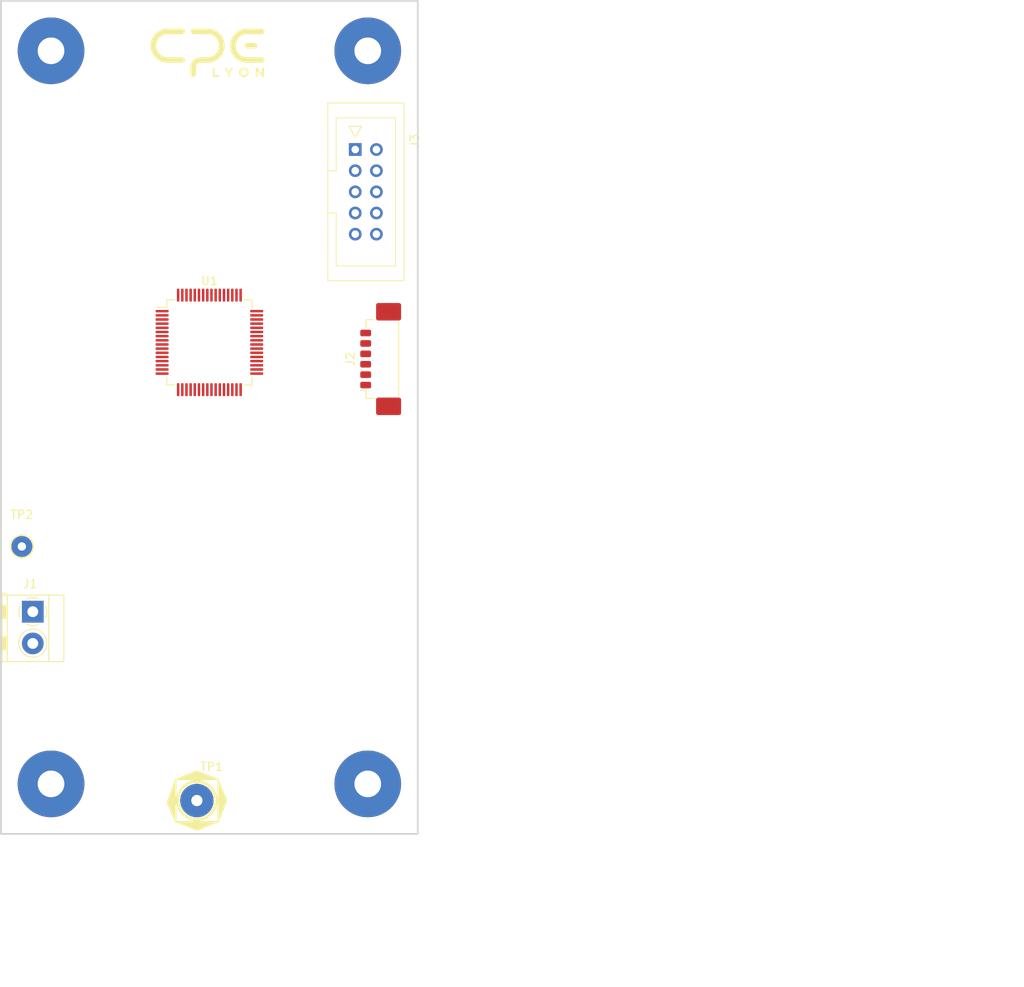
<source format=kicad_pcb>
(kicad_pcb (version 20171130) (host pcbnew "(5.1.6)-1")

  (general
    (thickness 1.6)
    (drawings 5)
    (tracks 0)
    (zones 0)
    (modules 11)
    (nets 78)
  )

  (page A4)
  (layers
    (0 F.Cu signal)
    (31 B.Cu signal)
    (32 B.Adhes user)
    (33 F.Adhes user)
    (34 B.Paste user)
    (35 F.Paste user)
    (36 B.SilkS user hide)
    (37 F.SilkS user)
    (38 B.Mask user)
    (39 F.Mask user)
    (40 Dwgs.User user)
    (41 Cmts.User user)
    (42 Eco1.User user)
    (43 Eco2.User user)
    (44 Edge.Cuts user)
    (45 Margin user)
    (46 B.CrtYd user)
    (47 F.CrtYd user)
    (48 B.Fab user)
    (49 F.Fab user)
  )

  (setup
    (last_trace_width 0.3)
    (trace_clearance 0.25)
    (zone_clearance 0.508)
    (zone_45_only no)
    (trace_min 0.2)
    (via_size 1)
    (via_drill 0.5)
    (via_min_size 0.4)
    (via_min_drill 0.3)
    (uvia_size 0.3)
    (uvia_drill 0.1)
    (uvias_allowed no)
    (uvia_min_size 0.2)
    (uvia_min_drill 0.1)
    (edge_width 0.2)
    (segment_width 0.2)
    (pcb_text_width 0.3)
    (pcb_text_size 1.5 1.5)
    (mod_edge_width 0.15)
    (mod_text_size 1 1)
    (mod_text_width 0.15)
    (pad_size 1.524 1.524)
    (pad_drill 0.762)
    (pad_to_mask_clearance 0.2)
    (aux_axis_origin 0 0)
    (grid_origin 87 124)
    (visible_elements 7FFFFF7F)
    (pcbplotparams
      (layerselection 0x012fc_ffffffff)
      (usegerberextensions false)
      (usegerberattributes false)
      (usegerberadvancedattributes false)
      (creategerberjobfile false)
      (excludeedgelayer true)
      (linewidth 0.400000)
      (plotframeref false)
      (viasonmask false)
      (mode 1)
      (useauxorigin false)
      (hpglpennumber 1)
      (hpglpenspeed 20)
      (hpglpendiameter 15.000000)
      (psnegative false)
      (psa4output false)
      (plotreference true)
      (plotvalue true)
      (plotinvisibletext false)
      (padsonsilk false)
      (subtractmaskfromsilk false)
      (outputformat 4)
      (mirror false)
      (drillshape 0)
      (scaleselection 1)
      (outputdirectory ""))
  )

  (net 0 "")
  (net 1 GND)
  (net 2 "Net-(U1-Pad64)")
  (net 3 "Net-(U1-Pad63)")
  (net 4 "Net-(U1-Pad62)")
  (net 5 "Net-(U1-Pad61)")
  (net 6 "Net-(U1-Pad60)")
  (net 7 "Net-(U1-Pad59)")
  (net 8 "Net-(U1-Pad58)")
  (net 9 "Net-(U1-Pad57)")
  (net 10 "Net-(U1-Pad56)")
  (net 11 "Net-(U1-Pad55)")
  (net 12 "Net-(U1-Pad54)")
  (net 13 "Net-(U1-Pad53)")
  (net 14 "Net-(U1-Pad52)")
  (net 15 "Net-(U1-Pad51)")
  (net 16 "Net-(U1-Pad50)")
  (net 17 "Net-(U1-Pad48)")
  (net 18 "Net-(U1-Pad47)")
  (net 19 "Net-(U1-Pad45)")
  (net 20 "Net-(U1-Pad44)")
  (net 21 "Net-(U1-Pad43)")
  (net 22 "Net-(U1-Pad42)")
  (net 23 "Net-(U1-Pad41)")
  (net 24 "Net-(U1-Pad40)")
  (net 25 "Net-(U1-Pad39)")
  (net 26 "Net-(U1-Pad38)")
  (net 27 "Net-(U1-Pad37)")
  (net 28 "Net-(U1-Pad36)")
  (net 29 "Net-(U1-Pad35)")
  (net 30 "Net-(U1-Pad34)")
  (net 31 "Net-(U1-Pad33)")
  (net 32 "Net-(U1-Pad32)")
  (net 33 "Net-(U1-Pad31)")
  (net 34 "Net-(U1-Pad30)")
  (net 35 "Net-(U1-Pad29)")
  (net 36 "Net-(U1-Pad28)")
  (net 37 "Net-(U1-Pad27)")
  (net 38 "Net-(U1-Pad26)")
  (net 39 "Net-(U1-Pad25)")
  (net 40 "Net-(U1-Pad24)")
  (net 41 "Net-(U1-Pad23)")
  (net 42 "Net-(U1-Pad22)")
  (net 43 "Net-(U1-Pad21)")
  (net 44 "Net-(U1-Pad20)")
  (net 45 "Net-(U1-Pad19)")
  (net 46 "Net-(U1-Pad18)")
  (net 47 "Net-(U1-Pad17)")
  (net 48 "Net-(U1-Pad16)")
  (net 49 "Net-(U1-Pad15)")
  (net 50 "Net-(U1-Pad14)")
  (net 51 "Net-(U1-Pad13)")
  (net 52 "Net-(U1-Pad12)")
  (net 53 "Net-(U1-Pad11)")
  (net 54 "Net-(U1-Pad10)")
  (net 55 "Net-(U1-Pad9)")
  (net 56 "Net-(U1-Pad8)")
  (net 57 "Net-(U1-Pad6)")
  (net 58 "Net-(U1-Pad5)")
  (net 59 "Net-(U1-Pad4)")
  (net 60 "Net-(U1-Pad3)")
  (net 61 "Net-(U1-Pad2)")
  (net 62 "Net-(U1-Pad1)")
  (net 63 +3V3)
  (net 64 /DB_NRST)
  (net 65 /DB_SWCLK)
  (net 66 /DB_SWDIO)
  (net 67 /+5V)
  (net 68 "Net-(J3-Pad10)")
  (net 69 "Net-(J3-Pad9)")
  (net 70 "Net-(J3-Pad8)")
  (net 71 "Net-(J3-Pad7)")
  (net 72 "Net-(J3-Pad6)")
  (net 73 "Net-(J3-Pad5)")
  (net 74 "Net-(J3-Pad4)")
  (net 75 "Net-(J3-Pad3)")
  (net 76 "Net-(J3-Pad2)")
  (net 77 "Net-(J3-Pad1)")

  (net_class Default "Ceci est la Netclass par défaut."
    (clearance 0.25)
    (trace_width 0.3)
    (via_dia 1)
    (via_drill 0.5)
    (uvia_dia 0.3)
    (uvia_drill 0.1)
    (add_net +3V3)
    (add_net /+5V)
    (add_net /DB_NRST)
    (add_net /DB_SWCLK)
    (add_net /DB_SWDIO)
    (add_net GND)
    (add_net "Net-(J3-Pad1)")
    (add_net "Net-(J3-Pad10)")
    (add_net "Net-(J3-Pad2)")
    (add_net "Net-(J3-Pad3)")
    (add_net "Net-(J3-Pad4)")
    (add_net "Net-(J3-Pad5)")
    (add_net "Net-(J3-Pad6)")
    (add_net "Net-(J3-Pad7)")
    (add_net "Net-(J3-Pad8)")
    (add_net "Net-(J3-Pad9)")
    (add_net "Net-(U1-Pad1)")
    (add_net "Net-(U1-Pad10)")
    (add_net "Net-(U1-Pad11)")
    (add_net "Net-(U1-Pad12)")
    (add_net "Net-(U1-Pad13)")
    (add_net "Net-(U1-Pad14)")
    (add_net "Net-(U1-Pad15)")
    (add_net "Net-(U1-Pad16)")
    (add_net "Net-(U1-Pad17)")
    (add_net "Net-(U1-Pad18)")
    (add_net "Net-(U1-Pad19)")
    (add_net "Net-(U1-Pad2)")
    (add_net "Net-(U1-Pad20)")
    (add_net "Net-(U1-Pad21)")
    (add_net "Net-(U1-Pad22)")
    (add_net "Net-(U1-Pad23)")
    (add_net "Net-(U1-Pad24)")
    (add_net "Net-(U1-Pad25)")
    (add_net "Net-(U1-Pad26)")
    (add_net "Net-(U1-Pad27)")
    (add_net "Net-(U1-Pad28)")
    (add_net "Net-(U1-Pad29)")
    (add_net "Net-(U1-Pad3)")
    (add_net "Net-(U1-Pad30)")
    (add_net "Net-(U1-Pad31)")
    (add_net "Net-(U1-Pad32)")
    (add_net "Net-(U1-Pad33)")
    (add_net "Net-(U1-Pad34)")
    (add_net "Net-(U1-Pad35)")
    (add_net "Net-(U1-Pad36)")
    (add_net "Net-(U1-Pad37)")
    (add_net "Net-(U1-Pad38)")
    (add_net "Net-(U1-Pad39)")
    (add_net "Net-(U1-Pad4)")
    (add_net "Net-(U1-Pad40)")
    (add_net "Net-(U1-Pad41)")
    (add_net "Net-(U1-Pad42)")
    (add_net "Net-(U1-Pad43)")
    (add_net "Net-(U1-Pad44)")
    (add_net "Net-(U1-Pad45)")
    (add_net "Net-(U1-Pad47)")
    (add_net "Net-(U1-Pad48)")
    (add_net "Net-(U1-Pad5)")
    (add_net "Net-(U1-Pad50)")
    (add_net "Net-(U1-Pad51)")
    (add_net "Net-(U1-Pad52)")
    (add_net "Net-(U1-Pad53)")
    (add_net "Net-(U1-Pad54)")
    (add_net "Net-(U1-Pad55)")
    (add_net "Net-(U1-Pad56)")
    (add_net "Net-(U1-Pad57)")
    (add_net "Net-(U1-Pad58)")
    (add_net "Net-(U1-Pad59)")
    (add_net "Net-(U1-Pad6)")
    (add_net "Net-(U1-Pad60)")
    (add_net "Net-(U1-Pad61)")
    (add_net "Net-(U1-Pad62)")
    (add_net "Net-(U1-Pad63)")
    (add_net "Net-(U1-Pad64)")
    (add_net "Net-(U1-Pad8)")
    (add_net "Net-(U1-Pad9)")
  )

  (module Lib_Projet_ESE:he10-10d_LowProfile (layer F.Cu) (tedit 5BE07C24) (tstamp 61647DD5)
    (at 129.5 41.85 270)
    (descr "Connecteur HE10 10 contacts droit")
    (tags "CONN HE10")
    (path /616797CB)
    (fp_text reference J3 (at -1.02 -7.11 90) (layer F.SilkS)
      (effects (font (size 1 1) (thickness 0.15)))
    )
    (fp_text value "Connecteur HE10" (at 11.18 4.57 90) (layer F.Fab)
      (effects (font (size 1 1) (thickness 0.15)))
    )
    (fp_text user %R (at 3.556 -7.112 90) (layer F.Fab)
      (effects (font (size 1 1) (thickness 0.15)))
    )
    (fp_line (start -3.81 2.29) (end -3.81 -4.83) (layer F.Fab) (width 0.1))
    (fp_line (start 13.97 2.29) (end 13.97 -4.83) (layer F.Fab) (width 0.1))
    (fp_line (start 2.54 3.05) (end 2.54 2.29) (layer F.Fab) (width 0.1))
    (fp_line (start 2.54 2.29) (end -3.81 2.29) (layer F.Fab) (width 0.1))
    (fp_line (start -3.81 -4.83) (end 13.97 -4.83) (layer F.Fab) (width 0.1))
    (fp_line (start 13.97 2.29) (end 7.62 2.29) (layer F.Fab) (width 0.1))
    (fp_line (start 7.62 2.29) (end 7.62 3.05) (layer F.Fab) (width 0.1))
    (fp_line (start -1.52 0) (end -2.79 -0.76) (layer F.SilkS) (width 0.12))
    (fp_line (start -2.79 -0.76) (end -2.79 0.76) (layer F.SilkS) (width 0.12))
    (fp_line (start -2.79 0.76) (end -1.52 0) (layer F.SilkS) (width 0.12))
    (fp_line (start -5.588 0) (end -5.588 -5.842) (layer F.CrtYd) (width 0.1016))
    (fp_line (start -5.588 -5.842) (end 15.748 -5.842) (layer F.CrtYd) (width 0.1016))
    (fp_line (start 15.748 -5.842) (end 15.748 3.302) (layer F.CrtYd) (width 0.1016))
    (fp_line (start 15.748 3.302) (end -5.588 3.302) (layer F.CrtYd) (width 0.1016))
    (fp_line (start -5.588 3.302) (end -5.588 0) (layer F.CrtYd) (width 0.1016))
    (fp_line (start 2.54 3.302) (end -5.588 3.302) (layer F.Fab) (width 0.1016))
    (fp_line (start -5.588 3.302) (end -5.588 -5.842) (layer F.Fab) (width 0.1016))
    (fp_line (start -5.588 -5.842) (end 15.748 -5.842) (layer F.Fab) (width 0.1016))
    (fp_line (start 15.748 -5.842) (end 15.748 3.302) (layer F.Fab) (width 0.1016))
    (fp_line (start 15.748 3.302) (end 2.54 3.302) (layer F.Fab) (width 0.1016))
    (fp_line (start 2.54 3.048) (end 2.54 3.302) (layer F.Fab) (width 0.1016))
    (fp_line (start 7.62 3.048) (end 7.62 3.302) (layer F.Fab) (width 0.1016))
    (fp_line (start -3.048 -0.762) (end -3.048 0.762) (layer F.Fab) (width 0.1016))
    (fp_line (start -3.048 0.762) (end -1.778 0) (layer F.Fab) (width 0.1016))
    (fp_line (start -1.778 0) (end -3.048 -0.762) (layer F.Fab) (width 0.1016))
    (fp_line (start 2.54 3.302) (end 2.54 2.286) (layer F.Fab) (width 0.1016))
    (fp_line (start 2.54 3.302) (end 2.54 2.286) (layer F.SilkS) (width 0.1016))
    (fp_line (start 2.54 2.286) (end -3.81 2.286) (layer F.SilkS) (width 0.1016))
    (fp_line (start -3.81 2.286) (end -3.81 -4.826) (layer F.SilkS) (width 0.1016))
    (fp_line (start -3.81 -4.826) (end 13.97 -4.826) (layer F.SilkS) (width 0.1016))
    (fp_line (start 13.97 -4.826) (end 13.97 2.286) (layer F.SilkS) (width 0.1016))
    (fp_line (start 13.97 2.286) (end 7.62 2.286) (layer F.SilkS) (width 0.1016))
    (fp_line (start 7.62 2.286) (end 7.62 3.302) (layer F.SilkS) (width 0.1016))
    (fp_line (start 7.62 3.302) (end 15.748 3.302) (layer F.SilkS) (width 0.1016))
    (fp_line (start 15.748 3.302) (end 15.748 -5.842) (layer F.SilkS) (width 0.1016))
    (fp_line (start 15.748 -5.842) (end -5.588 -5.842) (layer F.SilkS) (width 0.1016))
    (fp_line (start -5.588 -5.842) (end -5.588 3.302) (layer F.SilkS) (width 0.1016))
    (fp_line (start -5.588 3.302) (end 7.62 3.302) (layer F.SilkS) (width 0.1016))
    (pad 10 thru_hole circle (at 10.16 -2.54 270) (size 1.52 1.52) (drill 0.91) (layers *.Cu *.Mask)
      (net 68 "Net-(J3-Pad10)"))
    (pad 9 thru_hole circle (at 10.16 0 270) (size 1.52 1.52) (drill 0.91) (layers *.Cu *.Mask)
      (net 69 "Net-(J3-Pad9)"))
    (pad 8 thru_hole circle (at 7.62 -2.54 270) (size 1.52 1.52) (drill 0.91) (layers *.Cu *.Mask)
      (net 70 "Net-(J3-Pad8)"))
    (pad 7 thru_hole circle (at 7.62 0 270) (size 1.52 1.52) (drill 0.91) (layers *.Cu *.Mask)
      (net 71 "Net-(J3-Pad7)"))
    (pad 6 thru_hole circle (at 5.08 -2.54 270) (size 1.52 1.52) (drill 0.91) (layers *.Cu *.Mask)
      (net 72 "Net-(J3-Pad6)"))
    (pad 5 thru_hole circle (at 5.08 0 270) (size 1.52 1.52) (drill 0.91) (layers *.Cu *.Mask)
      (net 73 "Net-(J3-Pad5)"))
    (pad 4 thru_hole circle (at 2.54 -2.54 270) (size 1.52 1.52) (drill 0.91) (layers *.Cu *.Mask)
      (net 74 "Net-(J3-Pad4)"))
    (pad 3 thru_hole circle (at 2.54 0 270) (size 1.52 1.52) (drill 0.91) (layers *.Cu *.Mask)
      (net 75 "Net-(J3-Pad3)"))
    (pad 2 thru_hole circle (at 0 -2.54 270) (size 1.52 1.52) (drill 0.91) (layers *.Cu *.Mask)
      (net 76 "Net-(J3-Pad2)"))
    (pad 1 thru_hole rect (at 0 0 270) (size 1.52 1.52) (drill 0.91) (layers *.Cu *.Mask)
      (net 77 "Net-(J3-Pad1)"))
    (model ${KISYS3DMOD}/Connectors.3dshapes/he10-10d.wrl
      (offset (xyz 5.079999923706055 1.269999980926514 0))
      (scale (xyz 1 1 1))
      (rotate (xyz 0 0 0))
    )
  )

  (module Lib_Projet_ESE:Logo_CPE-10-2021_14X6mm (layer F.Cu) (tedit 61600981) (tstamp 616473BE)
    (at 111.8 30.25)
    (path /61650BA4)
    (fp_text reference LG1 (at 0 0) (layer F.SilkS) hide
      (effects (font (size 1.524 1.524) (thickness 0.3)))
    )
    (fp_text value LOGO_CPE_Ver2021 (at 0.75 0) (layer F.SilkS) hide
      (effects (font (size 1.524 1.524) (thickness 0.3)))
    )
    (fp_poly (pts (xy 5.177682 -1.197252) (xy 5.276993 -1.197098) (xy 5.367217 -1.196724) (xy 5.447626 -1.196139)
      (xy 5.517491 -1.195355) (xy 5.576084 -1.194383) (xy 5.622676 -1.193232) (xy 5.656538 -1.191915)
      (xy 5.676942 -1.190442) (xy 5.681532 -1.189733) (xy 5.742276 -1.168605) (xy 5.798866 -1.135224)
      (xy 5.848545 -1.091775) (xy 5.888559 -1.040446) (xy 5.903636 -1.013422) (xy 5.927501 -0.949531)
      (xy 5.937966 -0.884864) (xy 5.935824 -0.821028) (xy 5.921868 -0.759629) (xy 5.896891 -0.702275)
      (xy 5.861685 -0.650573) (xy 5.817044 -0.606129) (xy 5.763762 -0.570551) (xy 5.70263 -0.545445)
      (xy 5.668621 -0.537179) (xy 5.653957 -0.535804) (xy 5.626354 -0.534591) (xy 5.587364 -0.533539)
      (xy 5.538536 -0.532648) (xy 5.481422 -0.531916) (xy 5.417572 -0.531344) (xy 5.348536 -0.530929)
      (xy 5.275866 -0.530673) (xy 5.201112 -0.530573) (xy 5.125824 -0.53063) (xy 5.051553 -0.530843)
      (xy 4.979851 -0.53121) (xy 4.912266 -0.531732) (xy 4.850351 -0.532407) (xy 4.795655 -0.533235)
      (xy 4.74973 -0.534215) (xy 4.714125 -0.535346) (xy 4.690392 -0.536629) (xy 4.681644 -0.537621)
      (xy 4.634987 -0.551837) (xy 4.586166 -0.575331) (xy 4.540785 -0.605125) (xy 4.517463 -0.624859)
      (xy 4.476559 -0.6728) (xy 4.445126 -0.728867) (xy 4.424257 -0.789892) (xy 4.415044 -0.852708)
      (xy 4.418314 -0.912584) (xy 4.434234 -0.971232) (xy 4.461173 -1.028135) (xy 4.496964 -1.080133)
      (xy 4.539439 -1.124063) (xy 4.585253 -1.156128) (xy 4.600011 -1.164047) (xy 4.61386 -1.170882)
      (xy 4.627941 -1.176715) (xy 4.643394 -1.181622) (xy 4.66136 -1.185685) (xy 4.68298 -1.188981)
      (xy 4.709394 -1.19159) (xy 4.741743 -1.193591) (xy 4.781169 -1.195064) (xy 4.828811 -1.196087)
      (xy 4.88581 -1.19674) (xy 4.953307 -1.197102) (xy 5.032442 -1.197252) (xy 5.124357 -1.197269)
      (xy 5.177682 -1.197252)) (layer F.SilkS) (width 0.01))
    (fp_poly (pts (xy 6.079535 -2.916027) (xy 6.182878 -2.915799) (xy 6.272326 -2.915418) (xy 6.348003 -2.914883)
      (xy 6.410032 -2.914192) (xy 6.458537 -2.913346) (xy 6.493641 -2.912344) (xy 6.515469 -2.911185)
      (xy 6.522326 -2.910399) (xy 6.583032 -2.892587) (xy 6.640551 -2.863217) (xy 6.692069 -2.824363)
      (xy 6.734773 -2.778097) (xy 6.762597 -2.733369) (xy 6.786661 -2.669352) (xy 6.7973 -2.60444)
      (xy 6.795256 -2.540279) (xy 6.781272 -2.478516) (xy 6.756092 -2.420798) (xy 6.720459 -2.368771)
      (xy 6.675115 -2.324081) (xy 6.620805 -2.288375) (xy 6.55827 -2.2633) (xy 6.549318 -2.260839)
      (xy 6.541593 -2.259184) (xy 6.531295 -2.257698) (xy 6.517665 -2.256372) (xy 6.499943 -2.255198)
      (xy 6.477368 -2.254167) (xy 6.449179 -2.25327) (xy 6.414618 -2.252498) (xy 6.372924 -2.251842)
      (xy 6.323336 -2.251294) (xy 6.265094 -2.250845) (xy 6.197438 -2.250485) (xy 6.119609 -2.250206)
      (xy 6.030845 -2.249999) (xy 5.930386 -2.249856) (xy 5.817474 -2.249767) (xy 5.691346 -2.249723)
      (xy 5.593447 -2.249715) (xy 5.439638 -2.24965) (xy 5.29806 -2.249456) (xy 5.168939 -2.249135)
      (xy 5.052501 -2.248689) (xy 4.94897 -2.248119) (xy 4.858571 -2.247428) (xy 4.781532 -2.246616)
      (xy 4.718076 -2.245687) (xy 4.66843 -2.24464) (xy 4.632818 -2.243479) (xy 4.611467 -2.242205)
      (xy 4.609814 -2.242038) (xy 4.468319 -2.219555) (xy 4.331846 -2.18376) (xy 4.201119 -2.135156)
      (xy 4.076866 -2.074245) (xy 3.959811 -2.00153) (xy 3.85068 -1.917512) (xy 3.750199 -1.822695)
      (xy 3.659094 -1.717581) (xy 3.578091 -1.602671) (xy 3.508544 -1.479722) (xy 3.45246 -1.352153)
      (xy 3.410003 -1.220157) (xy 3.381284 -1.084603) (xy 3.366415 -0.946359) (xy 3.365509 -0.806294)
      (xy 3.378678 -0.665278) (xy 3.392733 -0.583777) (xy 3.42697 -0.449903) (xy 3.474214 -0.321522)
      (xy 3.533764 -0.19936) (xy 3.604918 -0.084139) (xy 3.686974 0.023413) (xy 3.779231 0.122574)
      (xy 3.880988 0.212617) (xy 3.991542 0.29282) (xy 4.110193 0.362456) (xy 4.236238 0.420801)
      (xy 4.368976 0.467131) (xy 4.424848 0.482404) (xy 4.444506 0.487359) (xy 4.462692 0.491834)
      (xy 4.48021 0.495855) (xy 4.497863 0.499451) (xy 4.516456 0.502648) (xy 4.536792 0.505475)
      (xy 4.559676 0.50796) (xy 4.58591 0.510129) (xy 4.6163 0.51201) (xy 4.651649 0.513632)
      (xy 4.69276 0.515021) (xy 4.740438 0.516206) (xy 4.795486 0.517214) (xy 4.858709 0.518073)
      (xy 4.93091 0.51881) (xy 5.012893 0.519453) (xy 5.105462 0.520029) (xy 5.20942 0.520567)
      (xy 5.325573 0.521094) (xy 5.454723 0.521637) (xy 5.580743 0.522155) (xy 6.549572 0.526142)
      (xy 6.606035 0.553103) (xy 6.665222 0.588747) (xy 6.71464 0.633633) (xy 6.753486 0.686101)
      (xy 6.78096 0.744487) (xy 6.796258 0.807129) (xy 6.798581 0.872365) (xy 6.788831 0.932241)
      (xy 6.764705 0.997865) (xy 6.729214 1.055711) (xy 6.68369 1.104552) (xy 6.629468 1.143162)
      (xy 6.567878 1.170314) (xy 6.516915 1.182539) (xy 6.505028 1.183287) (xy 6.47971 1.183998)
      (xy 6.442042 1.184668) (xy 6.393106 1.185298) (xy 6.333986 1.185884) (xy 6.265764 1.186425)
      (xy 6.189522 1.186921) (xy 6.106342 1.187368) (xy 6.017307 1.187766) (xy 5.923499 1.188113)
      (xy 5.826 1.188407) (xy 5.725893 1.188646) (xy 5.62426 1.18883) (xy 5.522184 1.188956)
      (xy 5.420747 1.189023) (xy 5.321031 1.189029) (xy 5.224119 1.188972) (xy 5.131093 1.188852)
      (xy 5.043035 1.188666) (xy 4.961028 1.188412) (xy 4.886154 1.188089) (xy 4.819496 1.187696)
      (xy 4.762135 1.187231) (xy 4.715155 1.186691) (xy 4.679638 1.186077) (xy 4.656665 1.185385)
      (xy 4.655458 1.185329) (xy 4.485369 1.170094) (xy 4.319213 1.141304) (xy 4.157607 1.099487)
      (xy 4.001171 1.045177) (xy 3.850525 0.978904) (xy 3.706286 0.901199) (xy 3.569075 0.812592)
      (xy 3.43951 0.713616) (xy 3.31821 0.604802) (xy 3.205795 0.486679) (xy 3.102884 0.359781)
      (xy 3.010095 0.224636) (xy 2.928049 0.081778) (xy 2.857363 -0.068264) (xy 2.798657 -0.224958)
      (xy 2.752551 -0.387773) (xy 2.736493 -0.460829) (xy 2.723209 -0.532442) (xy 2.713284 -0.599747)
      (xy 2.706438 -0.666391) (xy 2.702388 -0.736019) (xy 2.700854 -0.812277) (xy 2.701555 -0.898811)
      (xy 2.70179 -0.910772) (xy 2.705633 -1.017601) (xy 2.712857 -1.113916) (xy 2.724083 -1.203456)
      (xy 2.739932 -1.289954) (xy 2.761023 -1.377149) (xy 2.787977 -1.468777) (xy 2.801197 -1.509486)
      (xy 2.861579 -1.669754) (xy 2.933436 -1.821481) (xy 3.017218 -1.965397) (xy 3.113378 -2.102231)
      (xy 3.222367 -2.232711) (xy 3.297857 -2.312018) (xy 3.413979 -2.420596) (xy 3.533119 -2.516406)
      (xy 3.657683 -2.601182) (xy 3.790075 -2.676658) (xy 3.8354 -2.699579) (xy 3.942965 -2.749718)
      (xy 4.045509 -2.791568) (xy 4.146889 -2.826321) (xy 4.250959 -2.855168) (xy 4.361577 -2.879301)
      (xy 4.482598 -2.899911) (xy 4.484915 -2.90026) (xy 4.498063 -2.902083) (xy 4.512555 -2.90373)
      (xy 4.529179 -2.905213) (xy 4.548725 -2.906542) (xy 4.571982 -2.90773) (xy 4.59974 -2.908789)
      (xy 4.632787 -2.909728) (xy 4.671913 -2.910561) (xy 4.717908 -2.911299) (xy 4.77156 -2.911952)
      (xy 4.833659 -2.912533) (xy 4.904995 -2.913053) (xy 4.986356 -2.913524) (xy 5.078532 -2.913956)
      (xy 5.182312 -2.914362) (xy 5.298485 -2.914754) (xy 5.427842 -2.915141) (xy 5.524737 -2.915412)
      (xy 5.684897 -2.915793) (xy 5.830668 -2.916023) (xy 5.962173 -2.916101) (xy 6.079535 -2.916027)) (layer F.SilkS) (width 0.01))
    (fp_poly (pts (xy -3.948249 -2.917265) (xy -3.81118 -2.917253) (xy -3.687841 -2.91723) (xy -3.577446 -2.917164)
      (xy -3.479212 -2.917024) (xy -3.392352 -2.916777) (xy -3.316083 -2.916393) (xy -3.249619 -2.915839)
      (xy -3.192175 -2.915083) (xy -3.142968 -2.914094) (xy -3.101211 -2.912841) (xy -3.066121 -2.91129)
      (xy -3.036912 -2.909411) (xy -3.012799 -2.907172) (xy -2.992999 -2.90454) (xy -2.976725 -2.901485)
      (xy -2.963194 -2.897975) (xy -2.95162 -2.893977) (xy -2.941218 -2.88946) (xy -2.931204 -2.884393)
      (xy -2.920793 -2.878743) (xy -2.914754 -2.875451) (xy -2.862588 -2.839412) (xy -2.816981 -2.792225)
      (xy -2.780554 -2.736715) (xy -2.774287 -2.724202) (xy -2.751877 -2.661213) (xy -2.742701 -2.596656)
      (xy -2.746125 -2.532444) (xy -2.761514 -2.470486) (xy -2.788232 -2.412694) (xy -2.825646 -2.360979)
      (xy -2.873119 -2.317252) (xy -2.918925 -2.288791) (xy -2.929805 -2.283187) (xy -2.93976 -2.278148)
      (xy -2.949577 -2.273644) (xy -2.960045 -2.269645) (xy -2.971951 -2.266121) (xy -2.986083 -2.263041)
      (xy -3.00323 -2.260376) (xy -3.024179 -2.258096) (xy -3.049718 -2.25617) (xy -3.080636 -2.254569)
      (xy -3.11772 -2.253263) (xy -3.161758 -2.252221) (xy -3.213538 -2.251414) (xy -3.273848 -2.250811)
      (xy -3.343476 -2.250383) (xy -3.423211 -2.250099) (xy -3.513839 -2.249929) (xy -3.61615 -2.249844)
      (xy -3.730931 -2.249813) (xy -3.858969 -2.249806) (xy -3.941674 -2.249801) (xy -4.092039 -2.249722)
      (xy -4.231169 -2.249517) (xy -4.358745 -2.249189) (xy -4.474446 -2.248739) (xy -4.577953 -2.24817)
      (xy -4.668945 -2.247486) (xy -4.747103 -2.246687) (xy -4.812106 -2.245778) (xy -4.863635 -2.244759)
      (xy -4.90137 -2.243635) (xy -4.924991 -2.242406) (xy -4.928645 -2.242084) (xy -5.066886 -2.220973)
      (xy -5.2006 -2.186567) (xy -5.329016 -2.139535) (xy -5.451362 -2.080547) (xy -5.566865 -2.010274)
      (xy -5.674754 -1.929385) (xy -5.774256 -1.83855) (xy -5.864601 -1.73844) (xy -5.945015 -1.629723)
      (xy -6.014727 -1.513071) (xy -6.072965 -1.389154) (xy -6.118957 -1.258641) (xy -6.136469 -1.1938)
      (xy -6.162863 -1.055956) (xy -6.175138 -0.918272) (xy -6.173669 -0.781633) (xy -6.158833 -0.646921)
      (xy -6.131007 -0.515023) (xy -6.090566 -0.386821) (xy -6.037888 -0.2632) (xy -5.973348 -0.145043)
      (xy -5.897324 -0.033236) (xy -5.810191 0.071338) (xy -5.712325 0.167795) (xy -5.604104 0.25525)
      (xy -5.486719 0.332341) (xy -5.366632 0.394842) (xy -5.238621 0.445569) (xy -5.102263 0.484676)
      (xy -5.021942 0.501587) (xy -4.931228 0.518364) (xy -3.9624 0.522262) (xy -3.823779 0.522828)
      (xy -3.698927 0.523362) (xy -3.587096 0.523878) (xy -3.487539 0.524386) (xy -3.399511 0.524901)
      (xy -3.322265 0.525434) (xy -3.255053 0.525998) (xy -3.197131 0.526605) (xy -3.147751 0.527269)
      (xy -3.106166 0.528001) (xy -3.071631 0.528814) (xy -3.043399 0.529721) (xy -3.020723 0.530735)
      (xy -3.002857 0.531867) (xy -2.989054 0.53313) (xy -2.978568 0.534537) (xy -2.970653 0.5361)
      (xy -2.964561 0.537833) (xy -2.961152 0.539085) (xy -2.909198 0.563867) (xy -2.86544 0.594659)
      (xy -2.832799 0.625763) (xy -2.79243 0.676143) (xy -2.764717 0.729492) (xy -2.748841 0.788121)
      (xy -2.743984 0.854339) (xy -2.744493 0.874701) (xy -2.746647 0.909445) (xy -2.750469 0.935508)
      (xy -2.757388 0.958721) (xy -2.768829 0.984915) (xy -2.774112 0.995758) (xy -2.811207 1.055157)
      (xy -2.858369 1.104902) (xy -2.914095 1.143878) (xy -2.976878 1.170969) (xy -3.026228 1.182588)
      (xy -3.039722 1.183565) (xy -3.066645 1.184462) (xy -3.105916 1.185279) (xy -3.156451 1.186017)
      (xy -3.217165 1.186676) (xy -3.286975 1.187255) (xy -3.364799 1.187756) (xy -3.449551 1.188178)
      (xy -3.54015 1.188521) (xy -3.63551 1.188785) (xy -3.734549 1.188971) (xy -3.836183 1.189079)
      (xy -3.939329 1.189108) (xy -4.042903 1.18906) (xy -4.145821 1.188933) (xy -4.247 1.18873)
      (xy -4.345356 1.188448) (xy -4.439806 1.188089) (xy -4.529266 1.187653) (xy -4.612654 1.187139)
      (xy -4.688884 1.186549) (xy -4.756874 1.185882) (xy -4.81554 1.185138) (xy -4.863798 1.184318)
      (xy -4.900566 1.183421) (xy -4.924759 1.182448) (xy -4.926613 1.182336) (xy -5.09401 1.16448)
      (xy -5.259803 1.132546) (xy -5.422774 1.086964) (xy -5.581711 1.028165) (xy -5.735397 0.95658)
      (xy -5.882619 0.872639) (xy -5.976257 0.810252) (xy -6.083317 0.728063) (xy -6.189152 0.634503)
      (xy -6.290792 0.532611) (xy -6.385267 0.425426) (xy -6.469607 0.315986) (xy -6.495044 0.2794)
      (xy -6.581546 0.138645) (xy -6.656838 -0.010638) (xy -6.720437 -0.167197) (xy -6.771861 -0.329785)
      (xy -6.810625 -0.49715) (xy -6.82319 -0.569686) (xy -6.830998 -0.633803) (xy -6.836471 -0.708567)
      (xy -6.839611 -0.790302) (xy -6.840421 -0.875331) (xy -6.838902 -0.959977) (xy -6.835057 -1.040563)
      (xy -6.828889 -1.113412) (xy -6.8228 -1.160368) (xy -6.789313 -1.330528) (xy -6.742957 -1.494916)
      (xy -6.684288 -1.653011) (xy -6.613865 -1.804292) (xy -6.532245 -1.948239) (xy -6.439987 -2.08433)
      (xy -6.337648 -2.212045) (xy -6.225787 -2.330862) (xy -6.104959 -2.440262) (xy -5.975725 -2.539722)
      (xy -5.838641 -2.628721) (xy -5.694264 -2.70674) (xy -5.543154 -2.773257) (xy -5.385868 -2.827751)
      (xy -5.222963 -2.869701) (xy -5.054998 -2.898586) (xy -4.949735 -2.909612) (xy -4.925756 -2.910893)
      (xy -4.887635 -2.912066) (xy -4.835742 -2.913127) (xy -4.770447 -2.914073) (xy -4.692121 -2.914903)
      (xy -4.601136 -2.915613) (xy -4.497862 -2.9162) (xy -4.38267 -2.916662) (xy -4.255931 -2.916996)
      (xy -4.118015 -2.917198) (xy -3.969294 -2.917266) (xy -3.948249 -2.917265)) (layer F.SilkS) (width 0.01))
    (fp_poly (pts (xy 0.772511 1.785666) (xy 0.80158 1.808577) (xy 0.819151 1.833765) (xy 0.821083 1.842897)
      (xy 0.822734 1.862587) (xy 0.824115 1.893376) (xy 0.825234 1.935801) (xy 0.826102 1.990402)
      (xy 0.826729 2.057719) (xy 0.827126 2.138289) (xy 0.827303 2.232654) (xy 0.827315 2.26738)
      (xy 0.827315 2.685142) (xy 1.061358 2.685169) (xy 1.126172 2.685224) (xy 1.178099 2.68543)
      (xy 1.218768 2.685877) (xy 1.249804 2.686656) (xy 1.272836 2.687856) (xy 1.289491 2.689567)
      (xy 1.301397 2.691878) (xy 1.31018 2.69488) (xy 1.317469 2.698662) (xy 1.318634 2.699363)
      (xy 1.345013 2.723528) (xy 1.360688 2.755868) (xy 1.364343 2.783114) (xy 1.357734 2.819393)
      (xy 1.339097 2.849918) (xy 1.318634 2.866865) (xy 1.312244 2.870374) (xy 1.304748 2.873252)
      (xy 1.294732 2.875561) (xy 1.280782 2.877363) (xy 1.261484 2.878721) (xy 1.235426 2.879698)
      (xy 1.201193 2.880356) (xy 1.157371 2.880757) (xy 1.102547 2.880964) (xy 1.035308 2.881039)
      (xy 0.997858 2.881047) (xy 0.923531 2.881004) (xy 0.862307 2.880831) (xy 0.812775 2.880472)
      (xy 0.773523 2.879872) (xy 0.743141 2.878974) (xy 0.720218 2.877724) (xy 0.703341 2.876066)
      (xy 0.6911 2.873945) (xy 0.682084 2.871305) (xy 0.675431 2.868374) (xy 0.654508 2.854387)
      (xy 0.637276 2.837534) (xy 0.636318 2.83627) (xy 0.633507 2.832047) (xy 0.631097 2.826911)
      (xy 0.629062 2.819793) (xy 0.627374 2.809625) (xy 0.626006 2.795341) (xy 0.624931 2.775871)
      (xy 0.624122 2.750148) (xy 0.623552 2.717104) (xy 0.623194 2.67567) (xy 0.62302 2.624779)
      (xy 0.623004 2.563363) (xy 0.623118 2.490354) (xy 0.623336 2.404684) (xy 0.623547 2.333017)
      (xy 0.623886 2.250138) (xy 0.624384 2.171261) (xy 0.625021 2.097628) (xy 0.625779 2.030486)
      (xy 0.626637 1.971076) (xy 0.627578 1.920643) (xy 0.628582 1.880432) (xy 0.62963 1.851685)
      (xy 0.630703 1.835647) (xy 0.631191 1.832903) (xy 0.644401 1.812859) (xy 0.666054 1.793319)
      (xy 0.690632 1.778757) (xy 0.703162 1.774542) (xy 0.738595 1.773754) (xy 0.772511 1.785666)) (layer F.SilkS) (width 0.01))
    (fp_poly (pts (xy 2.181966 1.76783) (xy 2.214898 1.780657) (xy 2.23997 1.801697) (xy 2.248335 1.813304)
      (xy 2.262985 1.835895) (xy 2.282948 1.867882) (xy 2.307256 1.907678) (xy 2.334937 1.953696)
      (xy 2.365022 2.004348) (xy 2.394858 2.055162) (xy 2.425483 2.107276) (xy 2.453903 2.154984)
      (xy 2.479282 2.196937) (xy 2.500788 2.231781) (xy 2.517584 2.258166) (xy 2.528836 2.27474)
      (xy 2.533709 2.280151) (xy 2.533764 2.280112) (xy 2.538403 2.272922) (xy 2.549562 2.254654)
      (xy 2.566389 2.226734) (xy 2.588031 2.190585) (xy 2.613634 2.147632) (xy 2.642347 2.0993)
      (xy 2.673317 2.047013) (xy 2.673611 2.046514) (xy 2.705316 1.99335) (xy 2.735553 1.943486)
      (xy 2.763342 1.898477) (xy 2.787703 1.859878) (xy 2.807654 1.829243) (xy 2.822216 1.808127)
      (xy 2.830149 1.798313) (xy 2.852209 1.782921) (xy 2.877191 1.771826) (xy 2.879216 1.771246)
      (xy 2.914217 1.768106) (xy 2.946035 1.77653) (xy 2.972576 1.794286) (xy 2.991749 1.819143)
      (xy 3.00146 1.848868) (xy 2.999618 1.881231) (xy 2.995032 1.894755) (xy 2.989169 1.905941)
      (xy 2.976576 1.928171) (xy 2.958059 1.960083) (xy 2.934419 2.000314) (xy 2.906461 2.047502)
      (xy 2.874988 2.100284) (xy 2.840805 2.157297) (xy 2.810545 2.207527) (xy 2.636658 2.49554)
      (xy 2.631682 2.656383) (xy 2.629679 2.714857) (xy 2.627395 2.760642) (xy 2.624346 2.795564)
      (xy 2.620051 2.821447) (xy 2.614025 2.840116) (xy 2.605785 2.853396) (xy 2.594848 2.86311)
      (xy 2.580731 2.871084) (xy 2.573991 2.874239) (xy 2.545998 2.884652) (xy 2.522137 2.886783)
      (xy 2.495066 2.881238) (xy 2.493863 2.880881) (xy 2.472975 2.871573) (xy 2.45839 2.861547)
      (xy 2.447416 2.850315) (xy 2.439011 2.83731) (xy 2.432844 2.82053) (xy 2.428583 2.797975)
      (xy 2.425897 2.767645) (xy 2.424453 2.727537) (xy 2.423919 2.675651) (xy 2.423886 2.653455)
      (xy 2.423886 2.505187) (xy 2.248365 2.208722) (xy 2.212697 2.148187) (xy 2.179164 2.090721)
      (xy 2.148533 2.037676) (xy 2.121571 1.990404) (xy 2.099043 1.95026) (xy 2.081716 1.918594)
      (xy 2.070356 1.896761) (xy 2.065804 1.886418) (xy 2.062262 1.853059) (xy 2.071669 1.822532)
      (xy 2.086962 1.800461) (xy 2.114716 1.777706) (xy 2.147478 1.766838) (xy 2.181966 1.76783)) (layer F.SilkS) (width 0.01))
    (fp_poly (pts (xy 5.91581 1.774477) (xy 5.954296 1.788044) (xy 5.987843 1.811783) (xy 5.992229 1.816189)
      (xy 6.00065 1.826345) (xy 6.016803 1.847046) (xy 6.039821 1.877139) (xy 6.068839 1.915476)
      (xy 6.102991 1.960906) (xy 6.141411 2.012278) (xy 6.183234 2.068443) (xy 6.227594 2.12825)
      (xy 6.255697 2.166257) (xy 6.300879 2.227359) (xy 6.343789 2.285248) (xy 6.383597 2.338814)
      (xy 6.419474 2.38695) (xy 6.450593 2.428545) (xy 6.476125 2.462493) (xy 6.49524 2.487685)
      (xy 6.50711 2.503011) (xy 6.510532 2.507141) (xy 6.513734 2.510139) (xy 6.516392 2.511017)
      (xy 6.518555 2.508591) (xy 6.520275 2.50168) (xy 6.521603 2.489099) (xy 6.522589 2.469665)
      (xy 6.523284 2.442197) (xy 6.523739 2.40551) (xy 6.524004 2.358421) (xy 6.524131 2.299749)
      (xy 6.524169 2.228309) (xy 6.524172 2.189408) (xy 6.524202 2.106761) (xy 6.524386 2.037365)
      (xy 6.524868 1.979958) (xy 6.525792 1.933278) (xy 6.527298 1.896062) (xy 6.529532 1.867047)
      (xy 6.532635 1.84497) (xy 6.536751 1.828569) (xy 6.542022 1.816581) (xy 6.548593 1.807744)
      (xy 6.556604 1.800794) (xy 6.5662 1.79447) (xy 6.569092 1.7927) (xy 6.60124 1.780723)
      (xy 6.632068 1.778027) (xy 6.656104 1.779049) (xy 6.672652 1.784003) (xy 6.68832 1.795661)
      (xy 6.699197 1.806174) (xy 6.727372 1.834349) (xy 6.727252 2.323246) (xy 6.727133 2.812142)
      (xy 6.710814 2.841171) (xy 6.686642 2.870754) (xy 6.655123 2.888817) (xy 6.618493 2.894736)
      (xy 6.578994 2.887889) (xy 6.564086 2.881989) (xy 6.543369 2.869258) (xy 6.519526 2.849937)
      (xy 6.5024 2.833118) (xy 6.491912 2.820598) (xy 6.473711 2.797625) (xy 6.448722 2.765411)
      (xy 6.417867 2.72517) (xy 6.382072 2.678113) (xy 6.342259 2.625453) (xy 6.299353 2.568403)
      (xy 6.254278 2.508175) (xy 6.230258 2.475962) (xy 5.990772 2.154385) (xy 5.987143 2.486892)
      (xy 5.986094 2.572392) (xy 5.984949 2.644222) (xy 5.983676 2.703224) (xy 5.982245 2.750244)
      (xy 5.980627 2.786123) (xy 5.978791 2.811707) (xy 5.976706 2.827839) (xy 5.974607 2.834945)
      (xy 5.949794 2.865058) (xy 5.917452 2.883128) (xy 5.884029 2.888342) (xy 5.844139 2.882548)
      (xy 5.812891 2.865387) (xy 5.790853 2.837192) (xy 5.788463 2.832223) (xy 5.785997 2.825802)
      (xy 5.783894 2.817602) (xy 5.782132 2.806535) (xy 5.780688 2.791515) (xy 5.77954 2.771453)
      (xy 5.778666 2.745261) (xy 5.778045 2.711851) (xy 5.777653 2.670136) (xy 5.777469 2.619027)
      (xy 5.777471 2.557437) (xy 5.777637 2.484279) (xy 5.777943 2.398464) (xy 5.778233 2.329542)
      (xy 5.778661 2.234745) (xy 5.779076 2.153372) (xy 5.779515 2.084333) (xy 5.780014 2.026537)
      (xy 5.780609 1.978895) (xy 5.781336 1.940317) (xy 5.782232 1.909713) (xy 5.783332 1.885991)
      (xy 5.784673 1.868064) (xy 5.786291 1.854839) (xy 5.788222 1.845227) (xy 5.790502 1.838138)
      (xy 5.793168 1.832482) (xy 5.794829 1.829558) (xy 5.820442 1.797804) (xy 5.85279 1.778711)
      (xy 5.877159 1.772876) (xy 5.91581 1.774477)) (layer F.SilkS) (width 0.01))
    (fp_poly (pts (xy 4.411358 1.759806) (xy 4.476928 1.771296) (xy 4.540444 1.79195) (xy 4.582886 1.810713)
      (xy 4.658821 1.855149) (xy 4.727249 1.910935) (xy 4.786721 1.976344) (xy 4.835788 2.049648)
      (xy 4.873001 2.129122) (xy 4.887604 2.173809) (xy 4.895401 2.212251) (xy 4.900823 2.26025)
      (xy 4.903721 2.31302) (xy 4.90395 2.365773) (xy 4.90136 2.413726) (xy 4.896133 2.450578)
      (xy 4.875264 2.526424) (xy 4.845847 2.594521) (xy 4.806153 2.657979) (xy 4.754452 2.719909)
      (xy 4.735286 2.739715) (xy 4.668016 2.798613) (xy 4.596928 2.843848) (xy 4.520885 2.875882)
      (xy 4.43875 2.895179) (xy 4.349388 2.9022) (xy 4.336143 2.902229) (xy 4.297356 2.901025)
      (xy 4.258163 2.898217) (xy 4.22432 2.894286) (xy 4.209143 2.891624) (xy 4.182568 2.884007)
      (xy 4.148298 2.871451) (xy 4.111408 2.855918) (xy 4.086744 2.844325) (xy 4.051855 2.826318)
      (xy 4.02417 2.809703) (xy 3.999369 2.791317) (xy 3.973132 2.767995) (xy 3.94523 2.74068)
      (xy 3.885439 2.673545) (xy 3.839337 2.604925) (xy 3.806106 2.532858) (xy 3.78493 2.455381)
      (xy 3.774991 2.370532) (xy 3.773967 2.329542) (xy 3.984424 2.329542) (xy 3.987838 2.371628)
      (xy 3.997022 2.419461) (xy 4.01039 2.466281) (xy 4.025031 2.502666) (xy 4.052941 2.547668)
      (xy 4.090653 2.591245) (xy 4.134885 2.630632) (xy 4.182354 2.663066) (xy 4.229778 2.685784)
      (xy 4.249912 2.692021) (xy 4.269145 2.694809) (xy 4.29829 2.696645) (xy 4.332764 2.697314)
      (xy 4.355729 2.697023) (xy 4.39152 2.695752) (xy 4.417447 2.693494) (xy 4.438159 2.689237)
      (xy 4.458306 2.681965) (xy 4.482538 2.670667) (xy 4.487226 2.668358) (xy 4.526927 2.645566)
      (xy 4.562187 2.617543) (xy 4.587383 2.592471) (xy 4.628132 2.544218) (xy 4.657328 2.497504)
      (xy 4.676989 2.448721) (xy 4.684693 2.418663) (xy 4.694091 2.342289) (xy 4.689592 2.268806)
      (xy 4.671434 2.199134) (xy 4.639855 2.134195) (xy 4.596335 2.076274) (xy 4.543636 2.026962)
      (xy 4.486865 1.991395) (xy 4.425089 1.96915) (xy 4.357375 1.9598) (xy 4.339772 1.959428)
      (xy 4.27001 1.965809) (xy 4.206344 1.985168) (xy 4.148053 2.017829) (xy 4.094418 2.064115)
      (xy 4.085435 2.073664) (xy 4.043963 2.128885) (xy 4.01238 2.191639) (xy 3.992078 2.258402)
      (xy 3.984448 2.325647) (xy 3.984424 2.329542) (xy 3.773967 2.329542) (xy 3.780072 2.236818)
      (xy 3.798602 2.151249) (xy 3.829873 2.07198) (xy 3.874205 1.99816) (xy 3.917784 1.944113)
      (xy 3.984486 1.880256) (xy 4.057404 1.829489) (xy 4.136282 1.791929) (xy 4.220863 1.767689)
      (xy 4.310891 1.756883) (xy 4.338339 1.756279) (xy 4.411358 1.759806)) (layer F.SilkS) (width 0.01))
    (fp_poly (pts (xy -0.783993 -2.917416) (xy -0.680168 -2.917304) (xy -0.577893 -2.917106) (xy -0.478239 -2.916822)
      (xy -0.382277 -2.916454) (xy -0.291077 -2.916) (xy -0.205711 -2.915461) (xy -0.12725 -2.914837)
      (xy -0.056764 -2.914128) (xy 0.004676 -2.913335) (xy 0.055998 -2.912457) (xy 0.096132 -2.911494)
      (xy 0.124006 -2.910447) (xy 0.134258 -2.90979) (xy 0.309498 -2.887884) (xy 0.479349 -2.852562)
      (xy 0.643671 -2.803872) (xy 0.802324 -2.741861) (xy 0.955168 -2.66658) (xy 1.102064 -2.578075)
      (xy 1.113972 -2.570146) (xy 1.204076 -2.506944) (xy 1.284876 -2.443982) (xy 1.36099 -2.377401)
      (xy 1.437038 -2.303341) (xy 1.453471 -2.286436) (xy 1.567795 -2.15759) (xy 1.670066 -2.021118)
      (xy 1.760044 -1.877785) (xy 1.837487 -1.728357) (xy 1.902156 -1.5736) (xy 1.95381 -1.41428)
      (xy 1.992207 -1.251164) (xy 2.017108 -1.085017) (xy 2.028272 -0.916606) (xy 2.025458 -0.746697)
      (xy 2.008425 -0.576056) (xy 2.002657 -0.537937) (xy 1.968655 -0.371033) (xy 1.921514 -0.209429)
      (xy 1.861816 -0.053701) (xy 1.790146 0.095576) (xy 1.707089 0.237825) (xy 1.613227 0.372471)
      (xy 1.509145 0.498937) (xy 1.395428 0.616647) (xy 1.272658 0.725026) (xy 1.141421 0.823498)
      (xy 1.0023 0.911486) (xy 0.855879 0.988415) (xy 0.702743 1.053708) (xy 0.543475 1.106789)
      (xy 0.378659 1.147083) (xy 0.275841 1.165108) (xy 0.241064 1.169901) (xy 0.204395 1.17407)
      (xy 0.16465 1.177655) (xy 0.120644 1.180694) (xy 0.071191 1.183225) (xy 0.015106 1.185289)
      (xy -0.048795 1.186924) (xy -0.121698 1.188169) (xy -0.204787 1.189062) (xy -0.299247 1.189643)
      (xy -0.406264 1.18995) (xy -0.483253 1.190021) (xy -0.578164 1.190071) (xy -0.659729 1.190175)
      (xy -0.729115 1.190367) (xy -0.78749 1.190678) (xy -0.836023 1.19114) (xy -0.875881 1.191785)
      (xy -0.908231 1.192645) (xy -0.934243 1.193751) (xy -0.955083 1.195137) (xy -0.97192 1.196832)
      (xy -0.985921 1.198871) (xy -0.998255 1.201284) (xy -1.010088 1.204103) (xy -1.011477 1.204456)
      (xy -1.087466 1.230132) (xy -1.156503 1.267009) (xy -1.220874 1.31642) (xy -1.248228 1.342394)
      (xy -1.292797 1.390594) (xy -1.327019 1.436017) (xy -1.353445 1.48255) (xy -1.374625 1.534078)
      (xy -1.375325 1.536086) (xy -1.381572 1.554725) (xy -1.386964 1.572847) (xy -1.391565 1.591635)
      (xy -1.395437 1.612272) (xy -1.398645 1.635942) (xy -1.401251 1.663829) (xy -1.403319 1.697115)
      (xy -1.404911 1.736985) (xy -1.406091 1.784621) (xy -1.406922 1.841208) (xy -1.407468 1.907928)
      (xy -1.407791 1.985965) (xy -1.407954 2.076503) (xy -1.408008 2.148114) (xy -1.408173 2.246647)
      (xy -1.40856 2.336222) (xy -1.409157 2.416092) (xy -1.409953 2.48551) (xy -1.410936 2.543726)
      (xy -1.412096 2.589994) (xy -1.41342 2.623565) (xy -1.414898 2.643691) (xy -1.415577 2.648025)
      (xy -1.437034 2.709803) (xy -1.470778 2.766329) (xy -1.514955 2.815615) (xy -1.567708 2.855677)
      (xy -1.627185 2.884528) (xy -1.640774 2.889108) (xy -1.678809 2.897398) (xy -1.723344 2.901692)
      (xy -1.768859 2.901889) (xy -1.809835 2.897885) (xy -1.832428 2.892666) (xy -1.897056 2.865047)
      (xy -1.953509 2.826497) (xy -2.000536 2.778408) (xy -2.036886 2.722171) (xy -2.061307 2.659176)
      (xy -2.067677 2.631195) (xy -2.0693 2.61481) (xy -2.070738 2.585452) (xy -2.071991 2.544662)
      (xy -2.07306 2.493982) (xy -2.073944 2.434951) (xy -2.074642 2.369111) (xy -2.075154 2.298002)
      (xy -2.07548 2.223165) (xy -2.07562 2.146141) (xy -2.075573 2.06847) (xy -2.075338 1.991693)
      (xy -2.074916 1.917352) (xy -2.074306 1.846986) (xy -2.073508 1.782136) (xy -2.072521 1.724343)
      (xy -2.071346 1.675149) (xy -2.069981 1.636092) (xy -2.068427 1.608715) (xy -2.067901 1.602783)
      (xy -2.047409 1.470245) (xy -2.01356 1.343106) (xy -1.966594 1.221857) (xy -1.906752 1.106993)
      (xy -1.834272 0.999004) (xy -1.749394 0.898385) (xy -1.701768 0.850406) (xy -1.601664 0.764678)
      (xy -1.493742 0.691178) (xy -1.378006 0.629909) (xy -1.254459 0.580872) (xy -1.123106 0.544069)
      (xy -1.119496 0.543255) (xy -1.106194 0.540364) (xy -1.093095 0.537833) (xy -1.079143 0.53563)
      (xy -1.063282 0.533719) (xy -1.044455 0.532068) (xy -1.021608 0.530643) (xy -0.993683 0.529411)
      (xy -0.959625 0.528336) (xy -0.918378 0.527387) (xy -0.868885 0.52653) (xy -0.81009 0.52573)
      (xy -0.740937 0.524953) (xy -0.660371 0.524168) (xy -0.567335 0.523339) (xy -0.468085 0.522494)
      (xy -0.357503 0.521549) (xy -0.260302 0.52065) (xy -0.175354 0.519727) (xy -0.101526 0.518714)
      (xy -0.037688 0.51754) (xy 0.017292 0.516138) (xy 0.064544 0.51444) (xy 0.1052 0.512377)
      (xy 0.14039 0.50988) (xy 0.171247 0.506882) (xy 0.1989 0.503314) (xy 0.224482 0.499108)
      (xy 0.249122 0.494195) (xy 0.273953 0.488507) (xy 0.300104 0.481976) (xy 0.328708 0.474533)
      (xy 0.329668 0.474281) (xy 0.462401 0.432049) (xy 0.589749 0.376682) (xy 0.710758 0.308868)
      (xy 0.824476 0.229292) (xy 0.929948 0.138642) (xy 1.026222 0.037605) (xy 1.112345 -0.073134)
      (xy 1.134144 -0.105229) (xy 1.20536 -0.226103) (xy 1.263236 -0.351657) (xy 1.307802 -0.480927)
      (xy 1.339088 -0.61295) (xy 1.357127 -0.746762) (xy 1.361949 -0.881398) (xy 1.353584 -1.015895)
      (xy 1.332064 -1.149289) (xy 1.29742 -1.280616) (xy 1.249683 -1.408911) (xy 1.188883 -1.533212)
      (xy 1.115052 -1.652553) (xy 1.083045 -1.697125) (xy 1.045559 -1.743694) (xy 0.999889 -1.794822)
      (xy 0.949727 -1.846721) (xy 0.898764 -1.895605) (xy 0.85069 -1.937684) (xy 0.840906 -1.945623)
      (xy 0.725452 -2.028553) (xy 0.602872 -2.098888) (xy 0.473653 -2.156387) (xy 0.33828 -2.200813)
      (xy 0.301172 -2.210429) (xy 0.278444 -2.215933) (xy 0.256917 -2.220898) (xy 0.235761 -2.22535)
      (xy 0.21415 -2.229319) (xy 0.191256 -2.232832) (xy 0.166252 -2.235917) (xy 0.13831 -2.238601)
      (xy 0.106603 -2.240913) (xy 0.070305 -2.24288) (xy 0.028586 -2.24453) (xy -0.01938 -2.24589)
      (xy -0.074421 -2.24699) (xy -0.137363 -2.247856) (xy -0.209035 -2.248516) (xy -0.290263 -2.248998)
      (xy -0.381876 -2.24933) (xy -0.484701 -2.24954) (xy -0.599564 -2.249656) (xy -0.727294 -2.249705)
      (xy -0.867473 -2.249715) (xy -1.004484 -2.249711) (xy -1.127763 -2.24972) (xy -1.238092 -2.249768)
      (xy -1.336252 -2.249884) (xy -1.423028 -2.250097) (xy -1.4992 -2.250434) (xy -1.565551 -2.250924)
      (xy -1.622862 -2.251595) (xy -1.671917 -2.252475) (xy -1.713497 -2.253593) (xy -1.748385 -2.254976)
      (xy -1.777362 -2.256652) (xy -1.801211 -2.258651) (xy -1.820715 -2.260999) (xy -1.836654 -2.263726)
      (xy -1.849811 -2.266859) (xy -1.860969 -2.270427) (xy -1.87091 -2.274457) (xy -1.880416 -2.278979)
      (xy -1.890269 -2.284019) (xy -1.895617 -2.286767) (xy -1.922151 -2.303752) (xy -1.952731 -2.328493)
      (xy -1.982959 -2.356942) (xy -2.008436 -2.385052) (xy -2.020934 -2.402115) (xy -2.048144 -2.456658)
      (xy -2.065861 -2.517114) (xy -2.073161 -2.578941) (xy -2.069116 -2.637599) (xy -2.069048 -2.637972)
      (xy -2.050192 -2.70273) (xy -2.019115 -2.761844) (xy -1.977435 -2.813677) (xy -1.92677 -2.85659)
      (xy -1.868737 -2.888943) (xy -1.804954 -2.9091) (xy -1.800563 -2.909965) (xy -1.787487 -2.911059)
      (xy -1.760968 -2.912066) (xy -1.722076 -2.912986) (xy -1.671884 -2.91382) (xy -1.611461 -2.914567)
      (xy -1.541878 -2.915228) (xy -1.464207 -2.915803) (xy -1.379519 -2.916291) (xy -1.288884 -2.916694)
      (xy -1.193374 -2.91701) (xy -1.094058 -2.91724) (xy -0.992009 -2.917384) (xy -0.888297 -2.917443)
      (xy -0.783993 -2.917416)) (layer F.SilkS) (width 0.01))
  )

  (module Lib_Projet_ESE:MountingHole_3.2mm_M3_DIN965_Pad_Reserve-10mm locked (layer F.Cu) (tedit 5BC75736) (tstamp 61607E71)
    (at 131 30)
    (descr "Mounting Hole 3.2mm, M3, DIN965")
    (tags "mounting hole 3.2mm m3 din965")
    (path /61622C59)
    (attr virtual)
    (fp_text reference H4 (at 0 -6.096) (layer F.SilkS) hide
      (effects (font (size 1 1) (thickness 0.15)))
    )
    (fp_text value MountingHole (at 0.254 6.35) (layer F.Fab) hide
      (effects (font (size 1 1) (thickness 0.15)))
    )
    (fp_circle (center 0 0) (end 1.016 -1.27) (layer F.Fab) (width 0.2032))
    (fp_circle (center 0 0) (end 3.302 -2.286) (layer F.Fab) (width 0.2032))
    (fp_circle (center 0 0) (end 5.086346 0) (layer F.CrtYd) (width 0.2032))
    (fp_circle (center 0 0) (end 2.8 0) (layer Cmts.User) (width 0.15))
    (fp_text user %R (at 0.3 0) (layer F.Fab)
      (effects (font (size 1 1) (thickness 0.15)))
    )
    (pad 1 thru_hole circle (at 0 0) (size 8 8) (drill 3.2) (layers *.Cu *.Mask))
  )

  (module Lib_Projet_ESE:MountingHole_3.2mm_M3_DIN965_Pad_Reserve-10mm locked (layer F.Cu) (tedit 5BC75736) (tstamp 61607E67)
    (at 93 30)
    (descr "Mounting Hole 3.2mm, M3, DIN965")
    (tags "mounting hole 3.2mm m3 din965")
    (path /6162290D)
    (attr virtual)
    (fp_text reference H3 (at 0 -6.096) (layer F.SilkS) hide
      (effects (font (size 1 1) (thickness 0.15)))
    )
    (fp_text value MountingHole (at 0.254 6.35) (layer F.Fab) hide
      (effects (font (size 1 1) (thickness 0.15)))
    )
    (fp_circle (center 0 0) (end 1.016 -1.27) (layer F.Fab) (width 0.2032))
    (fp_circle (center 0 0) (end 3.302 -2.286) (layer F.Fab) (width 0.2032))
    (fp_circle (center 0 0) (end 5.086346 0) (layer F.CrtYd) (width 0.2032))
    (fp_circle (center 0 0) (end 2.8 0) (layer Cmts.User) (width 0.15))
    (fp_text user %R (at 0.3 0) (layer F.Fab)
      (effects (font (size 1 1) (thickness 0.15)))
    )
    (pad 1 thru_hole circle (at 0 0) (size 8 8) (drill 3.2) (layers *.Cu *.Mask))
  )

  (module Lib_Projet_ESE:MountingHole_3.2mm_M3_DIN965_Pad_Reserve-10mm locked (layer F.Cu) (tedit 5BC75736) (tstamp 61607E5D)
    (at 131 118)
    (descr "Mounting Hole 3.2mm, M3, DIN965")
    (tags "mounting hole 3.2mm m3 din965")
    (path /61622E6B)
    (attr virtual)
    (fp_text reference H2 (at 0 -6.096) (layer F.SilkS) hide
      (effects (font (size 1 1) (thickness 0.15)))
    )
    (fp_text value MountingHole (at 0.254 6.35) (layer F.Fab) hide
      (effects (font (size 1 1) (thickness 0.15)))
    )
    (fp_circle (center 0 0) (end 1.016 -1.27) (layer F.Fab) (width 0.2032))
    (fp_circle (center 0 0) (end 3.302 -2.286) (layer F.Fab) (width 0.2032))
    (fp_circle (center 0 0) (end 5.086346 0) (layer F.CrtYd) (width 0.2032))
    (fp_circle (center 0 0) (end 2.8 0) (layer Cmts.User) (width 0.15))
    (fp_text user %R (at 0.3 0) (layer F.Fab)
      (effects (font (size 1 1) (thickness 0.15)))
    )
    (pad 1 thru_hole circle (at 0 0) (size 8 8) (drill 3.2) (layers *.Cu *.Mask))
  )

  (module Lib_Projet_ESE:MountingHole_3.2mm_M3_DIN965_Pad_Reserve-10mm locked (layer F.Cu) (tedit 5BC75736) (tstamp 6160728C)
    (at 93 118)
    (descr "Mounting Hole 3.2mm, M3, DIN965")
    (tags "mounting hole 3.2mm m3 din965")
    (path /6160A243)
    (attr virtual)
    (fp_text reference H1 (at 0 -6.096) (layer F.SilkS) hide
      (effects (font (size 1 1) (thickness 0.15)))
    )
    (fp_text value MountingHole (at 0.254 6.35) (layer F.Fab) hide
      (effects (font (size 1 1) (thickness 0.15)))
    )
    (fp_circle (center 0 0) (end 1.016 -1.27) (layer F.Fab) (width 0.2032))
    (fp_circle (center 0 0) (end 3.302 -2.286) (layer F.Fab) (width 0.2032))
    (fp_circle (center 0 0) (end 5.086346 0) (layer F.CrtYd) (width 0.2032))
    (fp_circle (center 0 0) (end 2.8 0) (layer Cmts.User) (width 0.15))
    (fp_text user %R (at 0.3 0) (layer F.Fab)
      (effects (font (size 1 1) (thickness 0.15)))
    )
    (pad 1 thru_hole circle (at 0 0) (size 8 8) (drill 3.2) (layers *.Cu *.Mask))
  )

  (module Lib_Projet_ESE:LQFP-64_10x10mm_P0.5mm (layer F.Cu) (tedit 5D9F72AF) (tstamp 61605982)
    (at 112 65)
    (descr "LQFP, 64 Pin (https://www.analog.com/media/en/technical-documentation/data-sheets/ad7606_7606-6_7606-4.pdf), generated with kicad-footprint-generator ipc_gullwing_generator.py")
    (tags "LQFP QFP")
    (path /615F1791)
    (attr smd)
    (fp_text reference U1 (at 0 -7.4) (layer F.SilkS)
      (effects (font (size 1 1) (thickness 0.15)))
    )
    (fp_text value STM32L010R8T6 (at 0 7.4) (layer F.Fab)
      (effects (font (size 1 1) (thickness 0.15)))
    )
    (fp_line (start 6.7 4.15) (end 6.7 0) (layer F.CrtYd) (width 0.05))
    (fp_line (start 5.25 4.15) (end 6.7 4.15) (layer F.CrtYd) (width 0.05))
    (fp_line (start 5.25 5.25) (end 5.25 4.15) (layer F.CrtYd) (width 0.05))
    (fp_line (start 4.15 5.25) (end 5.25 5.25) (layer F.CrtYd) (width 0.05))
    (fp_line (start 4.15 6.7) (end 4.15 5.25) (layer F.CrtYd) (width 0.05))
    (fp_line (start 0 6.7) (end 4.15 6.7) (layer F.CrtYd) (width 0.05))
    (fp_line (start -6.7 4.15) (end -6.7 0) (layer F.CrtYd) (width 0.05))
    (fp_line (start -5.25 4.15) (end -6.7 4.15) (layer F.CrtYd) (width 0.05))
    (fp_line (start -5.25 5.25) (end -5.25 4.15) (layer F.CrtYd) (width 0.05))
    (fp_line (start -4.15 5.25) (end -5.25 5.25) (layer F.CrtYd) (width 0.05))
    (fp_line (start -4.15 6.7) (end -4.15 5.25) (layer F.CrtYd) (width 0.05))
    (fp_line (start 0 6.7) (end -4.15 6.7) (layer F.CrtYd) (width 0.05))
    (fp_line (start 6.7 -4.15) (end 6.7 0) (layer F.CrtYd) (width 0.05))
    (fp_line (start 5.25 -4.15) (end 6.7 -4.15) (layer F.CrtYd) (width 0.05))
    (fp_line (start 5.25 -5.25) (end 5.25 -4.15) (layer F.CrtYd) (width 0.05))
    (fp_line (start 4.15 -5.25) (end 5.25 -5.25) (layer F.CrtYd) (width 0.05))
    (fp_line (start 4.15 -6.7) (end 4.15 -5.25) (layer F.CrtYd) (width 0.05))
    (fp_line (start 0 -6.7) (end 4.15 -6.7) (layer F.CrtYd) (width 0.05))
    (fp_line (start -6.7 -4.15) (end -6.7 0) (layer F.CrtYd) (width 0.05))
    (fp_line (start -5.25 -4.15) (end -6.7 -4.15) (layer F.CrtYd) (width 0.05))
    (fp_line (start -5.25 -5.25) (end -5.25 -4.15) (layer F.CrtYd) (width 0.05))
    (fp_line (start -4.15 -5.25) (end -5.25 -5.25) (layer F.CrtYd) (width 0.05))
    (fp_line (start -4.15 -6.7) (end -4.15 -5.25) (layer F.CrtYd) (width 0.05))
    (fp_line (start 0 -6.7) (end -4.15 -6.7) (layer F.CrtYd) (width 0.05))
    (fp_line (start -5 -4) (end -4 -5) (layer F.Fab) (width 0.1))
    (fp_line (start -5 5) (end -5 -4) (layer F.Fab) (width 0.1))
    (fp_line (start 5 5) (end -5 5) (layer F.Fab) (width 0.1))
    (fp_line (start 5 -5) (end 5 5) (layer F.Fab) (width 0.1))
    (fp_line (start -4 -5) (end 5 -5) (layer F.Fab) (width 0.1))
    (fp_line (start -5.11 -4.16) (end -6.45 -4.16) (layer F.SilkS) (width 0.12))
    (fp_line (start -5.11 -5.11) (end -5.11 -4.16) (layer F.SilkS) (width 0.12))
    (fp_line (start -4.16 -5.11) (end -5.11 -5.11) (layer F.SilkS) (width 0.12))
    (fp_line (start 5.11 -5.11) (end 5.11 -4.16) (layer F.SilkS) (width 0.12))
    (fp_line (start 4.16 -5.11) (end 5.11 -5.11) (layer F.SilkS) (width 0.12))
    (fp_line (start -5.11 5.11) (end -5.11 4.16) (layer F.SilkS) (width 0.12))
    (fp_line (start -4.16 5.11) (end -5.11 5.11) (layer F.SilkS) (width 0.12))
    (fp_line (start 5.11 5.11) (end 5.11 4.16) (layer F.SilkS) (width 0.12))
    (fp_line (start 4.16 5.11) (end 5.11 5.11) (layer F.SilkS) (width 0.12))
    (fp_text user %R (at 0 0) (layer F.Fab)
      (effects (font (size 1 1) (thickness 0.15)))
    )
    (pad 64 smd roundrect (at -3.75 -5.675) (size 0.3 1.55) (layers F.Cu F.Paste F.Mask) (roundrect_rratio 0.25)
      (net 2 "Net-(U1-Pad64)"))
    (pad 63 smd roundrect (at -3.25 -5.675) (size 0.3 1.55) (layers F.Cu F.Paste F.Mask) (roundrect_rratio 0.25)
      (net 3 "Net-(U1-Pad63)"))
    (pad 62 smd roundrect (at -2.75 -5.675) (size 0.3 1.55) (layers F.Cu F.Paste F.Mask) (roundrect_rratio 0.25)
      (net 4 "Net-(U1-Pad62)"))
    (pad 61 smd roundrect (at -2.25 -5.675) (size 0.3 1.55) (layers F.Cu F.Paste F.Mask) (roundrect_rratio 0.25)
      (net 5 "Net-(U1-Pad61)"))
    (pad 60 smd roundrect (at -1.75 -5.675) (size 0.3 1.55) (layers F.Cu F.Paste F.Mask) (roundrect_rratio 0.25)
      (net 6 "Net-(U1-Pad60)"))
    (pad 59 smd roundrect (at -1.25 -5.675) (size 0.3 1.55) (layers F.Cu F.Paste F.Mask) (roundrect_rratio 0.25)
      (net 7 "Net-(U1-Pad59)"))
    (pad 58 smd roundrect (at -0.75 -5.675) (size 0.3 1.55) (layers F.Cu F.Paste F.Mask) (roundrect_rratio 0.25)
      (net 8 "Net-(U1-Pad58)"))
    (pad 57 smd roundrect (at -0.25 -5.675) (size 0.3 1.55) (layers F.Cu F.Paste F.Mask) (roundrect_rratio 0.25)
      (net 9 "Net-(U1-Pad57)"))
    (pad 56 smd roundrect (at 0.25 -5.675) (size 0.3 1.55) (layers F.Cu F.Paste F.Mask) (roundrect_rratio 0.25)
      (net 10 "Net-(U1-Pad56)"))
    (pad 55 smd roundrect (at 0.75 -5.675) (size 0.3 1.55) (layers F.Cu F.Paste F.Mask) (roundrect_rratio 0.25)
      (net 11 "Net-(U1-Pad55)"))
    (pad 54 smd roundrect (at 1.25 -5.675) (size 0.3 1.55) (layers F.Cu F.Paste F.Mask) (roundrect_rratio 0.25)
      (net 12 "Net-(U1-Pad54)"))
    (pad 53 smd roundrect (at 1.75 -5.675) (size 0.3 1.55) (layers F.Cu F.Paste F.Mask) (roundrect_rratio 0.25)
      (net 13 "Net-(U1-Pad53)"))
    (pad 52 smd roundrect (at 2.25 -5.675) (size 0.3 1.55) (layers F.Cu F.Paste F.Mask) (roundrect_rratio 0.25)
      (net 14 "Net-(U1-Pad52)"))
    (pad 51 smd roundrect (at 2.75 -5.675) (size 0.3 1.55) (layers F.Cu F.Paste F.Mask) (roundrect_rratio 0.25)
      (net 15 "Net-(U1-Pad51)"))
    (pad 50 smd roundrect (at 3.25 -5.675) (size 0.3 1.55) (layers F.Cu F.Paste F.Mask) (roundrect_rratio 0.25)
      (net 16 "Net-(U1-Pad50)"))
    (pad 49 smd roundrect (at 3.75 -5.675) (size 0.3 1.55) (layers F.Cu F.Paste F.Mask) (roundrect_rratio 0.25)
      (net 65 /DB_SWCLK))
    (pad 48 smd roundrect (at 5.675 -3.75) (size 1.55 0.3) (layers F.Cu F.Paste F.Mask) (roundrect_rratio 0.25)
      (net 17 "Net-(U1-Pad48)"))
    (pad 47 smd roundrect (at 5.675 -3.25) (size 1.55 0.3) (layers F.Cu F.Paste F.Mask) (roundrect_rratio 0.25)
      (net 18 "Net-(U1-Pad47)"))
    (pad 46 smd roundrect (at 5.675 -2.75) (size 1.55 0.3) (layers F.Cu F.Paste F.Mask) (roundrect_rratio 0.25)
      (net 66 /DB_SWDIO))
    (pad 45 smd roundrect (at 5.675 -2.25) (size 1.55 0.3) (layers F.Cu F.Paste F.Mask) (roundrect_rratio 0.25)
      (net 19 "Net-(U1-Pad45)"))
    (pad 44 smd roundrect (at 5.675 -1.75) (size 1.55 0.3) (layers F.Cu F.Paste F.Mask) (roundrect_rratio 0.25)
      (net 20 "Net-(U1-Pad44)"))
    (pad 43 smd roundrect (at 5.675 -1.25) (size 1.55 0.3) (layers F.Cu F.Paste F.Mask) (roundrect_rratio 0.25)
      (net 21 "Net-(U1-Pad43)"))
    (pad 42 smd roundrect (at 5.675 -0.75) (size 1.55 0.3) (layers F.Cu F.Paste F.Mask) (roundrect_rratio 0.25)
      (net 22 "Net-(U1-Pad42)"))
    (pad 41 smd roundrect (at 5.675 -0.25) (size 1.55 0.3) (layers F.Cu F.Paste F.Mask) (roundrect_rratio 0.25)
      (net 23 "Net-(U1-Pad41)"))
    (pad 40 smd roundrect (at 5.675 0.25) (size 1.55 0.3) (layers F.Cu F.Paste F.Mask) (roundrect_rratio 0.25)
      (net 24 "Net-(U1-Pad40)"))
    (pad 39 smd roundrect (at 5.675 0.75) (size 1.55 0.3) (layers F.Cu F.Paste F.Mask) (roundrect_rratio 0.25)
      (net 25 "Net-(U1-Pad39)"))
    (pad 38 smd roundrect (at 5.675 1.25) (size 1.55 0.3) (layers F.Cu F.Paste F.Mask) (roundrect_rratio 0.25)
      (net 26 "Net-(U1-Pad38)"))
    (pad 37 smd roundrect (at 5.675 1.75) (size 1.55 0.3) (layers F.Cu F.Paste F.Mask) (roundrect_rratio 0.25)
      (net 27 "Net-(U1-Pad37)"))
    (pad 36 smd roundrect (at 5.675 2.25) (size 1.55 0.3) (layers F.Cu F.Paste F.Mask) (roundrect_rratio 0.25)
      (net 28 "Net-(U1-Pad36)"))
    (pad 35 smd roundrect (at 5.675 2.75) (size 1.55 0.3) (layers F.Cu F.Paste F.Mask) (roundrect_rratio 0.25)
      (net 29 "Net-(U1-Pad35)"))
    (pad 34 smd roundrect (at 5.675 3.25) (size 1.55 0.3) (layers F.Cu F.Paste F.Mask) (roundrect_rratio 0.25)
      (net 30 "Net-(U1-Pad34)"))
    (pad 33 smd roundrect (at 5.675 3.75) (size 1.55 0.3) (layers F.Cu F.Paste F.Mask) (roundrect_rratio 0.25)
      (net 31 "Net-(U1-Pad33)"))
    (pad 32 smd roundrect (at 3.75 5.675) (size 0.3 1.55) (layers F.Cu F.Paste F.Mask) (roundrect_rratio 0.25)
      (net 32 "Net-(U1-Pad32)"))
    (pad 31 smd roundrect (at 3.25 5.675) (size 0.3 1.55) (layers F.Cu F.Paste F.Mask) (roundrect_rratio 0.25)
      (net 33 "Net-(U1-Pad31)"))
    (pad 30 smd roundrect (at 2.75 5.675) (size 0.3 1.55) (layers F.Cu F.Paste F.Mask) (roundrect_rratio 0.25)
      (net 34 "Net-(U1-Pad30)"))
    (pad 29 smd roundrect (at 2.25 5.675) (size 0.3 1.55) (layers F.Cu F.Paste F.Mask) (roundrect_rratio 0.25)
      (net 35 "Net-(U1-Pad29)"))
    (pad 28 smd roundrect (at 1.75 5.675) (size 0.3 1.55) (layers F.Cu F.Paste F.Mask) (roundrect_rratio 0.25)
      (net 36 "Net-(U1-Pad28)"))
    (pad 27 smd roundrect (at 1.25 5.675) (size 0.3 1.55) (layers F.Cu F.Paste F.Mask) (roundrect_rratio 0.25)
      (net 37 "Net-(U1-Pad27)"))
    (pad 26 smd roundrect (at 0.75 5.675) (size 0.3 1.55) (layers F.Cu F.Paste F.Mask) (roundrect_rratio 0.25)
      (net 38 "Net-(U1-Pad26)"))
    (pad 25 smd roundrect (at 0.25 5.675) (size 0.3 1.55) (layers F.Cu F.Paste F.Mask) (roundrect_rratio 0.25)
      (net 39 "Net-(U1-Pad25)"))
    (pad 24 smd roundrect (at -0.25 5.675) (size 0.3 1.55) (layers F.Cu F.Paste F.Mask) (roundrect_rratio 0.25)
      (net 40 "Net-(U1-Pad24)"))
    (pad 23 smd roundrect (at -0.75 5.675) (size 0.3 1.55) (layers F.Cu F.Paste F.Mask) (roundrect_rratio 0.25)
      (net 41 "Net-(U1-Pad23)"))
    (pad 22 smd roundrect (at -1.25 5.675) (size 0.3 1.55) (layers F.Cu F.Paste F.Mask) (roundrect_rratio 0.25)
      (net 42 "Net-(U1-Pad22)"))
    (pad 21 smd roundrect (at -1.75 5.675) (size 0.3 1.55) (layers F.Cu F.Paste F.Mask) (roundrect_rratio 0.25)
      (net 43 "Net-(U1-Pad21)"))
    (pad 20 smd roundrect (at -2.25 5.675) (size 0.3 1.55) (layers F.Cu F.Paste F.Mask) (roundrect_rratio 0.25)
      (net 44 "Net-(U1-Pad20)"))
    (pad 19 smd roundrect (at -2.75 5.675) (size 0.3 1.55) (layers F.Cu F.Paste F.Mask) (roundrect_rratio 0.25)
      (net 45 "Net-(U1-Pad19)"))
    (pad 18 smd roundrect (at -3.25 5.675) (size 0.3 1.55) (layers F.Cu F.Paste F.Mask) (roundrect_rratio 0.25)
      (net 46 "Net-(U1-Pad18)"))
    (pad 17 smd roundrect (at -3.75 5.675) (size 0.3 1.55) (layers F.Cu F.Paste F.Mask) (roundrect_rratio 0.25)
      (net 47 "Net-(U1-Pad17)"))
    (pad 16 smd roundrect (at -5.675 3.75) (size 1.55 0.3) (layers F.Cu F.Paste F.Mask) (roundrect_rratio 0.25)
      (net 48 "Net-(U1-Pad16)"))
    (pad 15 smd roundrect (at -5.675 3.25) (size 1.55 0.3) (layers F.Cu F.Paste F.Mask) (roundrect_rratio 0.25)
      (net 49 "Net-(U1-Pad15)"))
    (pad 14 smd roundrect (at -5.675 2.75) (size 1.55 0.3) (layers F.Cu F.Paste F.Mask) (roundrect_rratio 0.25)
      (net 50 "Net-(U1-Pad14)"))
    (pad 13 smd roundrect (at -5.675 2.25) (size 1.55 0.3) (layers F.Cu F.Paste F.Mask) (roundrect_rratio 0.25)
      (net 51 "Net-(U1-Pad13)"))
    (pad 12 smd roundrect (at -5.675 1.75) (size 1.55 0.3) (layers F.Cu F.Paste F.Mask) (roundrect_rratio 0.25)
      (net 52 "Net-(U1-Pad12)"))
    (pad 11 smd roundrect (at -5.675 1.25) (size 1.55 0.3) (layers F.Cu F.Paste F.Mask) (roundrect_rratio 0.25)
      (net 53 "Net-(U1-Pad11)"))
    (pad 10 smd roundrect (at -5.675 0.75) (size 1.55 0.3) (layers F.Cu F.Paste F.Mask) (roundrect_rratio 0.25)
      (net 54 "Net-(U1-Pad10)"))
    (pad 9 smd roundrect (at -5.675 0.25) (size 1.55 0.3) (layers F.Cu F.Paste F.Mask) (roundrect_rratio 0.25)
      (net 55 "Net-(U1-Pad9)"))
    (pad 8 smd roundrect (at -5.675 -0.25) (size 1.55 0.3) (layers F.Cu F.Paste F.Mask) (roundrect_rratio 0.25)
      (net 56 "Net-(U1-Pad8)"))
    (pad 7 smd roundrect (at -5.675 -0.75) (size 1.55 0.3) (layers F.Cu F.Paste F.Mask) (roundrect_rratio 0.25)
      (net 64 /DB_NRST))
    (pad 6 smd roundrect (at -5.675 -1.25) (size 1.55 0.3) (layers F.Cu F.Paste F.Mask) (roundrect_rratio 0.25)
      (net 57 "Net-(U1-Pad6)"))
    (pad 5 smd roundrect (at -5.675 -1.75) (size 1.55 0.3) (layers F.Cu F.Paste F.Mask) (roundrect_rratio 0.25)
      (net 58 "Net-(U1-Pad5)"))
    (pad 4 smd roundrect (at -5.675 -2.25) (size 1.55 0.3) (layers F.Cu F.Paste F.Mask) (roundrect_rratio 0.25)
      (net 59 "Net-(U1-Pad4)"))
    (pad 3 smd roundrect (at -5.675 -2.75) (size 1.55 0.3) (layers F.Cu F.Paste F.Mask) (roundrect_rratio 0.25)
      (net 60 "Net-(U1-Pad3)"))
    (pad 2 smd roundrect (at -5.675 -3.25) (size 1.55 0.3) (layers F.Cu F.Paste F.Mask) (roundrect_rratio 0.25)
      (net 61 "Net-(U1-Pad2)"))
    (pad 1 smd roundrect (at -5.675 -3.75) (size 1.55 0.3) (layers F.Cu F.Paste F.Mask) (roundrect_rratio 0.25)
      (net 62 "Net-(U1-Pad1)"))
    (model ${KISYS3DMOD}/Package_QFP.3dshapes/LQFP-64_10x10mm_P0.5mm.wrl
      (at (xyz 0 0 0))
      (scale (xyz 1 1 1))
      (rotate (xyz 0 0 0))
    )
  )

  (module Lib_Projet_ESE:Molex_PicoBlade_53398-0671_1x06-1MP_P1.25mm_Vertical (layer F.Cu) (tedit 5B78AD88) (tstamp 61606766)
    (at 132 67 90)
    (descr "Molex PicoBlade series connector, 53398-0671 (http://www.molex.com/pdm_docs/sd/533980271_sd.pdf), generated with kicad-footprint-generator")
    (tags "connector Molex PicoBlade side entry")
    (path /61602E98)
    (attr smd)
    (fp_text reference J2 (at 0 -3.1 90) (layer F.SilkS)
      (effects (font (size 1 1) (thickness 0.15)))
    )
    (fp_text value "Molex Picoblade 53398" (at 0 4.2 90) (layer F.Fab)
      (effects (font (size 1 1) (thickness 0.15)))
    )
    (fp_line (start -4.625 -1.1) (end 4.625 -1.1) (layer F.Fab) (width 0.1))
    (fp_line (start -4.735 -0.26) (end -4.735 -1.21) (layer F.SilkS) (width 0.12))
    (fp_line (start -4.735 -1.21) (end -3.785 -1.21) (layer F.SilkS) (width 0.12))
    (fp_line (start -3.785 -1.21) (end -3.785 -1.9) (layer F.SilkS) (width 0.12))
    (fp_line (start 4.735 -0.26) (end 4.735 -1.21) (layer F.SilkS) (width 0.12))
    (fp_line (start 4.735 -1.21) (end 3.785 -1.21) (layer F.SilkS) (width 0.12))
    (fp_line (start -4.365 2.71) (end 4.365 2.71) (layer F.SilkS) (width 0.12))
    (fp_line (start -4.625 2.6) (end 4.625 2.6) (layer F.Fab) (width 0.1))
    (fp_line (start -4.625 -1.1) (end -4.625 2.6) (layer F.Fab) (width 0.1))
    (fp_line (start 4.625 -1.1) (end 4.625 2.6) (layer F.Fab) (width 0.1))
    (fp_line (start -3.275 1.225) (end -3.275 1.825) (layer F.Fab) (width 0.1))
    (fp_line (start -3.275 1.825) (end -2.975 1.825) (layer F.Fab) (width 0.1))
    (fp_line (start -2.975 1.825) (end -2.975 1.225) (layer F.Fab) (width 0.1))
    (fp_line (start -2.975 1.225) (end -3.275 1.225) (layer F.Fab) (width 0.1))
    (fp_line (start -2.025 1.225) (end -2.025 1.825) (layer F.Fab) (width 0.1))
    (fp_line (start -2.025 1.825) (end -1.725 1.825) (layer F.Fab) (width 0.1))
    (fp_line (start -1.725 1.825) (end -1.725 1.225) (layer F.Fab) (width 0.1))
    (fp_line (start -1.725 1.225) (end -2.025 1.225) (layer F.Fab) (width 0.1))
    (fp_line (start -0.775 1.225) (end -0.775 1.825) (layer F.Fab) (width 0.1))
    (fp_line (start -0.775 1.825) (end -0.475 1.825) (layer F.Fab) (width 0.1))
    (fp_line (start -0.475 1.825) (end -0.475 1.225) (layer F.Fab) (width 0.1))
    (fp_line (start -0.475 1.225) (end -0.775 1.225) (layer F.Fab) (width 0.1))
    (fp_line (start 0.475 1.225) (end 0.475 1.825) (layer F.Fab) (width 0.1))
    (fp_line (start 0.475 1.825) (end 0.775 1.825) (layer F.Fab) (width 0.1))
    (fp_line (start 0.775 1.825) (end 0.775 1.225) (layer F.Fab) (width 0.1))
    (fp_line (start 0.775 1.225) (end 0.475 1.225) (layer F.Fab) (width 0.1))
    (fp_line (start 1.725 1.225) (end 1.725 1.825) (layer F.Fab) (width 0.1))
    (fp_line (start 1.725 1.825) (end 2.025 1.825) (layer F.Fab) (width 0.1))
    (fp_line (start 2.025 1.825) (end 2.025 1.225) (layer F.Fab) (width 0.1))
    (fp_line (start 2.025 1.225) (end 1.725 1.225) (layer F.Fab) (width 0.1))
    (fp_line (start 2.975 1.225) (end 2.975 1.825) (layer F.Fab) (width 0.1))
    (fp_line (start 2.975 1.825) (end 3.275 1.825) (layer F.Fab) (width 0.1))
    (fp_line (start 3.275 1.825) (end 3.275 1.225) (layer F.Fab) (width 0.1))
    (fp_line (start 3.275 1.225) (end 2.975 1.225) (layer F.Fab) (width 0.1))
    (fp_line (start -4.625 2.6) (end -6.125 2.6) (layer F.Fab) (width 0.1))
    (fp_line (start -6.125 2.6) (end -6.325 2.4) (layer F.Fab) (width 0.1))
    (fp_line (start -6.325 2.4) (end -6.325 0.6) (layer F.Fab) (width 0.1))
    (fp_line (start -6.325 0.6) (end -6.125 0.4) (layer F.Fab) (width 0.1))
    (fp_line (start -6.125 0.4) (end -6.125 -0.2) (layer F.Fab) (width 0.1))
    (fp_line (start -6.125 -0.2) (end -4.625 -0.2) (layer F.Fab) (width 0.1))
    (fp_line (start 4.625 2.6) (end 6.125 2.6) (layer F.Fab) (width 0.1))
    (fp_line (start 6.125 2.6) (end 6.325 2.4) (layer F.Fab) (width 0.1))
    (fp_line (start 6.325 2.4) (end 6.325 0.6) (layer F.Fab) (width 0.1))
    (fp_line (start 6.325 0.6) (end 6.125 0.4) (layer F.Fab) (width 0.1))
    (fp_line (start 6.125 0.4) (end 6.125 -0.2) (layer F.Fab) (width 0.1))
    (fp_line (start 6.125 -0.2) (end 4.625 -0.2) (layer F.Fab) (width 0.1))
    (fp_line (start -7.22 -2.4) (end -7.22 3.5) (layer F.CrtYd) (width 0.05))
    (fp_line (start -7.22 3.5) (end 7.22 3.5) (layer F.CrtYd) (width 0.05))
    (fp_line (start 7.22 3.5) (end 7.22 -2.4) (layer F.CrtYd) (width 0.05))
    (fp_line (start 7.22 -2.4) (end -7.22 -2.4) (layer F.CrtYd) (width 0.05))
    (fp_line (start -3.625 -1.1) (end -3.125 -0.392893) (layer F.Fab) (width 0.1))
    (fp_line (start -3.125 -0.392893) (end -2.625 -1.1) (layer F.Fab) (width 0.1))
    (fp_text user %R (at 0 0.4 90) (layer F.Fab)
      (effects (font (size 1 1) (thickness 0.15)))
    )
    (pad MP smd roundrect (at 5.675 1.5 90) (size 2.1 3) (layers F.Cu F.Paste F.Mask) (roundrect_rratio 0.119048))
    (pad MP smd roundrect (at -5.675 1.5 90) (size 2.1 3) (layers F.Cu F.Paste F.Mask) (roundrect_rratio 0.119048))
    (pad 6 smd roundrect (at 3.125 -1.25 90) (size 0.8 1.3) (layers F.Cu F.Paste F.Mask) (roundrect_rratio 0.25)
      (net 63 +3V3))
    (pad 5 smd roundrect (at 1.875 -1.25 90) (size 0.8 1.3) (layers F.Cu F.Paste F.Mask) (roundrect_rratio 0.25)
      (net 64 /DB_NRST))
    (pad 4 smd roundrect (at 0.625 -1.25 90) (size 0.8 1.3) (layers F.Cu F.Paste F.Mask) (roundrect_rratio 0.25)
      (net 1 GND))
    (pad 3 smd roundrect (at -0.625 -1.25 90) (size 0.8 1.3) (layers F.Cu F.Paste F.Mask) (roundrect_rratio 0.25)
      (net 65 /DB_SWCLK))
    (pad 2 smd roundrect (at -1.875 -1.25 90) (size 0.8 1.3) (layers F.Cu F.Paste F.Mask) (roundrect_rratio 0.25)
      (net 1 GND))
    (pad 1 smd roundrect (at -3.125 -1.25 90) (size 0.8 1.3) (layers F.Cu F.Paste F.Mask) (roundrect_rratio 0.25)
      (net 66 /DB_SWDIO))
    (model ${KISYS3DMOD}/Connector_Molex.3dshapes/Molex_PicoBlade_53398-0671_1x06-1MP_P1.25mm_Vertical.wrl
      (at (xyz 0 0 0))
      (scale (xyz 1 1 1))
      (rotate (xyz 0 0 0))
    )
  )

  (module Lib_Projet_ESE:TerminalBlock_Phoenix_MKDS-1,5-2-3.81_1x02_P3.81mm_Horizontal (layer F.Cu) (tedit 5F89738C) (tstamp 5F7B873F)
    (at 90.81 97.33 270)
    (descr "Terminal Block Phoenix MKDS-1,5-2-5.08, 2 pins, pitch 5.08mm, size 10.2x9.8mm^2, drill diamater 1.3mm, pad diameter 2.6mm, see http://www.farnell.com/datasheets/100425.pdf, script-generated using https://github.com/pointhi/kicad-footprint-generator/scripts/TerminalBlock_Phoenix")
    (tags "THT Terminal Block Phoenix MKDS-1,5-2-5.08 pitch 5.08mm size 10.2x9.8mm^2 drill 1.3mm pad 2.6mm")
    (path /5F7B4498)
    (fp_text reference J1 (at -3.33 0.31 180) (layer F.SilkS)
      (effects (font (size 1 1) (thickness 0.15)))
    )
    (fp_text value Screw_Terminal_01x02 (at 2.54 5.66 90) (layer F.Fab) hide
      (effects (font (size 1 1) (thickness 0.15)))
    )
    (fp_line (start -2.195 3.873) (end -1.695 3.873) (layer F.SilkS) (width 0.12))
    (fp_line (start -2.195 3.073) (end -2.195 3.813) (layer F.SilkS) (width 0.12))
    (fp_line (start 4.697 -1.22) (end 2.605 0.873) (layer F.Fab) (width 0.1))
    (fp_line (start 4.826 -1.016) (end 2.734 1.077) (layer F.Fab) (width 0.1))
    (fp_line (start 0.955 -1.138) (end -1.138 0.955) (layer F.Fab) (width 0.1))
    (fp_line (start 1.138 -0.955) (end -0.955 1.138) (layer F.Fab) (width 0.1))
    (fp_line (start 6.005 -3.727) (end 6.005 3.673) (layer F.SilkS) (width 0.12))
    (fp_line (start -1.995 -3.727) (end -1.995 3.673) (layer F.SilkS) (width 0.12))
    (fp_line (start -1.995 3.673) (end 6.005 3.673) (layer F.SilkS) (width 0.12))
    (fp_line (start -1.995 -3.727) (end 6.005 -3.727) (layer F.SilkS) (width 0.12))
    (fp_line (start -1.995 -1.927) (end 6.005 -1.927) (layer F.SilkS) (width 0.12))
    (fp_line (start -1.895 2.473) (end 6.005 2.473) (layer F.Fab) (width 0.1))
    (fp_line (start -1.995 3.073) (end 6.005 3.073) (layer F.SilkS) (width 0.12))
    (fp_line (start -1.995 3.073) (end 6.005 3.073) (layer F.Fab) (width 0.1))
    (fp_line (start -1.995 3.173) (end -1.995 -3.727) (layer F.Fab) (width 0.1))
    (fp_line (start -1.495 3.673) (end -1.995 3.173) (layer F.Fab) (width 0.1))
    (fp_line (start 6.005 3.673) (end -1.395 3.673) (layer F.Fab) (width 0.1))
    (fp_line (start 6.005 -3.727) (end 6.005 3.673) (layer F.Fab) (width 0.1))
    (fp_line (start -1.995 -3.727) (end 6.005 -3.727) (layer F.Fab) (width 0.1))
    (fp_circle (center 3.781 0) (end 5.461 0) (layer F.SilkS) (width 0.12))
    (fp_circle (center 3.8 0.024) (end 5.3 0.024) (layer F.Fab) (width 0.1))
    (fp_circle (center 0 0) (end 1.5 0) (layer F.Fab) (width 0.1))
    (fp_line (start -2 3.7) (end -2 -3.7) (layer F.CrtYd) (width 0.12))
    (fp_line (start -2 -3.7) (end 6 -3.7) (layer F.CrtYd) (width 0.12))
    (fp_line (start 6 -3.7) (end 6 3.7) (layer F.CrtYd) (width 0.12))
    (fp_line (start -2 3.7) (end 6 3.7) (layer F.CrtYd) (width 0.12))
    (fp_poly (pts (xy -0.595 3.073) (xy -0.595 2.473) (xy 0.605 2.473) (xy 0.605 3.073)) (layer F.Fab) (width 0.1))
    (fp_poly (pts (xy 3.205 3.073) (xy 3.205 2.473) (xy 4.405 2.473) (xy 4.405 3.073)) (layer F.Fab) (width 0.1))
    (fp_line (start -1.895 -1.627) (end 6.005 -1.627) (layer F.Fab) (width 0.1))
    (fp_poly (pts (xy -0.795 3.673) (xy -0.795 3.073) (xy 0.805 3.073) (xy 0.805 3.673)) (layer F.SilkS) (width 0.1))
    (fp_poly (pts (xy 3.005 3.673) (xy 3.005 3.073) (xy 4.605 3.073) (xy 4.605 3.673)) (layer F.SilkS) (width 0.1))
    (fp_arc (start 0 0) (end 0 1.68) (angle -24) (layer F.SilkS) (width 0.12))
    (fp_arc (start 0 0) (end 1.535 0.684) (angle -48) (layer F.SilkS) (width 0.12))
    (fp_arc (start 0 0) (end 0.684 -1.535) (angle -48) (layer F.SilkS) (width 0.12))
    (fp_arc (start 0 0) (end -1.535 -0.684) (angle -48) (layer F.SilkS) (width 0.12))
    (fp_arc (start 0 0) (end -0.684 1.535) (angle -25) (layer F.SilkS) (width 0.12))
    (fp_text user %R (at -3.33 0.31 180) (layer F.Fab)
      (effects (font (size 1 1) (thickness 0.15)))
    )
    (pad 1 thru_hole rect (at 0 0 270) (size 2.6 2.6) (drill 1.3) (layers *.Cu *.Mask)
      (net 67 /+5V))
    (pad 2 thru_hole circle (at 3.81 0 270) (size 2.6 2.6) (drill 1.3) (layers *.Cu *.Mask)
      (net 1 GND))
    (model ${KISYS3DMOD}/TerminalBlock_Phoenix.3dshapes/TerminalBlock_Phoenix_MKDS-1,5-2-5.08_1x02_P5.08mm_Horizontal.wrl
      (at (xyz 0 0 0))
      (scale (xyz 1 1 1))
      (rotate (xyz 0 0 0))
    )
  )

  (module Lib_Projet_ESE:SolderWirePad_Test-Point_1mmDrill (layer F.Cu) (tedit 5BC754D5) (tstamp 61608224)
    (at 89.5 89.5)
    (path /5F7C6E3C)
    (fp_text reference TP2 (at 0 -3.81) (layer F.SilkS)
      (effects (font (size 1 1) (thickness 0.15)))
    )
    (fp_text value TestPoint (at -1.905 3.175) (layer F.Fab) hide
      (effects (font (size 1 1) (thickness 0.15)))
    )
    (fp_line (start -1.397 0) (end 1.397 0) (layer F.Fab) (width 0.2032))
    (fp_line (start 0 -1.397) (end 0 1.397) (layer F.Fab) (width 0.2032))
    (fp_circle (center 0 0) (end 0.635 -1.27) (layer F.Fab) (width 0.2032))
    (fp_circle (center 0 0) (end 1.545022 0) (layer F.CrtYd) (width 0.0254))
    (fp_circle (center 0 0) (end 1.27 -0.508) (layer F.SilkS) (width 0.15))
    (fp_text user %R (at 0 -2.286) (layer F.Fab)
      (effects (font (size 1 1) (thickness 0.15)))
    )
    (pad 1 thru_hole circle (at 0 0) (size 2.49936 2.49936) (drill 1.00076) (layers *.Cu *.Mask)
      (net 67 /+5V))
  )

  (module Lib_Projet_ESE:SolderWirePad_GND_Connection_1-35mmDrill (layer F.Cu) (tedit 5BC754A9) (tstamp 5BE0BA48)
    (at 110.5 120)
    (path /5BE9EA48)
    (fp_text reference TP1 (at 1.778 -4.064) (layer F.SilkS)
      (effects (font (size 1 1) (thickness 0.15)))
    )
    (fp_text value TestPoint (at 0 4.572) (layer F.Fab) hide
      (effects (font (size 1 1) (thickness 0.15)))
    )
    (fp_line (start -2.54 0) (end 2.54 0) (layer F.Fab) (width 0.2032))
    (fp_line (start 0 -2.54) (end 0 2.54) (layer F.Fab) (width 0.2032))
    (fp_circle (center 0 0) (end 1.143 -2.286) (layer F.Fab) (width 0.2032))
    (fp_circle (center 0 0) (end 2.879289 0) (layer F.Fab) (width 0.2032))
    (fp_circle (center 0 0) (end 2.794 -2.54) (layer F.CrtYd) (width 0.15))
    (fp_circle (center -0.003525 0) (end 2.286 0) (layer F.SilkS) (width 0.35))
    (fp_line (start -2.54 2.54) (end -2.54 -2.54) (layer F.SilkS) (width 0.15))
    (fp_line (start -2.54 -2.54) (end 2.54 -2.54) (layer F.SilkS) (width 0.15))
    (fp_line (start 2.54 -2.54) (end 2.54 2.54) (layer F.SilkS) (width 0.15))
    (fp_line (start 2.54 2.54) (end -2.54 2.54) (layer F.SilkS) (width 0.15))
    (fp_poly (pts (xy 2.54 2.54) (xy 2.54 -2.54) (xy 3.556 0)) (layer F.SilkS) (width 0.15))
    (fp_poly (pts (xy -2.54 2.54) (xy 0 3.556) (xy 2.54 2.54)) (layer F.SilkS) (width 0.15))
    (fp_poly (pts (xy -2.54 2.54) (xy -2.54 -2.54) (xy -3.556 0.254)) (layer F.SilkS) (width 0.15))
    (fp_poly (pts (xy -2.54 -2.54) (xy 2.54 -2.54) (xy 0 -3.556)) (layer F.SilkS) (width 0.15))
    (fp_text user %R (at -3.81 -3.556) (layer F.Fab)
      (effects (font (size 1 1) (thickness 0.15)))
    )
    (pad 1 thru_hole circle (at 0 0) (size 4.0005 4.0005) (drill 1.35) (layers *.Cu *.Mask)
      (net 1 GND))
    (model "C:/Program Files/Kicad_09-2019/share/kicad/modules/packages3d/TestPoint.3dshapes/TestPoint_Loop_D2.60mm_Drill1.4mm_Beaded.step"
      (at (xyz 0 0 0))
      (scale (xyz 1 1 1))
      (rotate (xyz 0 0 0))
    )
  )

  (gr_line (start 87 24) (end 87 124) (layer Edge.Cuts) (width 0.2) (tstamp 6160807D))
  (gr_line (start 137 24) (end 87 24) (layer Edge.Cuts) (width 0.2))
  (gr_line (start 137 124) (end 137 24) (layer Edge.Cuts) (width 0.2))
  (gr_line (start 87 124) (end 137 124) (layer Edge.Cuts) (width 0.2))
  (gr_text "Les dimensions du PCB autorisées sont: 100 X 50 mm\n- Les contours de la carte (couche Edge Cut) ne doivent pas être modifiés\n- Les Trous de fixation ne doivent pas être déplacés\n- Tous les autres éléments peuvent être déplacés. \n- Cependant, les empreintes des composants déjà présents ne peuvent être changées, ni modifiées  \n" (at 91 135) (layer Cmts.User) (tstamp 5F7B6411)
    (effects (font (size 1.8 1.5) (thickness 0.3)) (justify left))
  )

)

</source>
